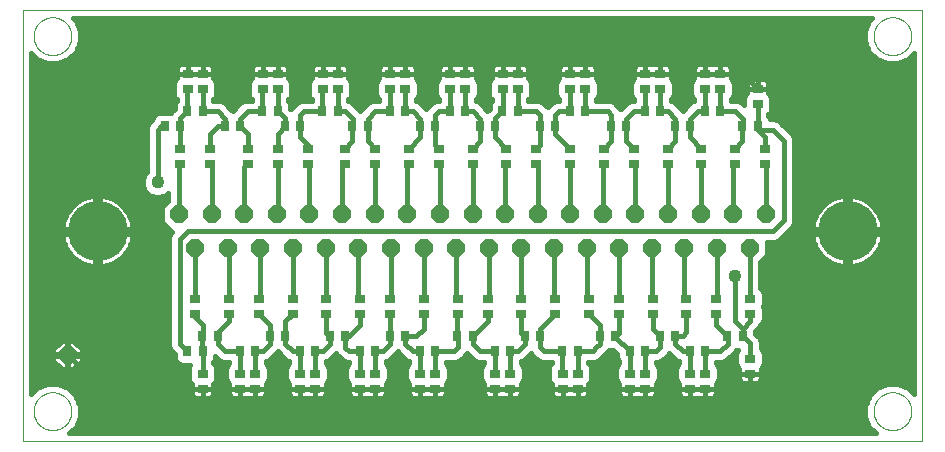
<source format=gtl>
G75*
%MOIN*%
%OFA0B0*%
%FSLAX25Y25*%
%IPPOS*%
%LPD*%
%AMOC8*
5,1,8,0,0,1.08239X$1,22.5*
%
%ADD10C,0.00000*%
%ADD11OC8,0.06000*%
%ADD12C,0.20000*%
%ADD13R,0.03543X0.02756*%
%ADD14R,0.02756X0.03543*%
%ADD15C,0.01600*%
%ADD16C,0.04362*%
D10*
X0006800Y0006800D02*
X0006800Y0150501D01*
X0306721Y0150501D01*
X0306721Y0006800D01*
X0006800Y0006800D01*
X0010501Y0016800D02*
X0010503Y0016958D01*
X0010509Y0017116D01*
X0010519Y0017274D01*
X0010533Y0017432D01*
X0010551Y0017589D01*
X0010572Y0017746D01*
X0010598Y0017902D01*
X0010628Y0018058D01*
X0010661Y0018213D01*
X0010699Y0018366D01*
X0010740Y0018519D01*
X0010785Y0018671D01*
X0010834Y0018822D01*
X0010887Y0018971D01*
X0010943Y0019119D01*
X0011003Y0019265D01*
X0011067Y0019410D01*
X0011135Y0019553D01*
X0011206Y0019695D01*
X0011280Y0019835D01*
X0011358Y0019972D01*
X0011440Y0020108D01*
X0011524Y0020242D01*
X0011613Y0020373D01*
X0011704Y0020502D01*
X0011799Y0020629D01*
X0011896Y0020754D01*
X0011997Y0020876D01*
X0012101Y0020995D01*
X0012208Y0021112D01*
X0012318Y0021226D01*
X0012431Y0021337D01*
X0012546Y0021446D01*
X0012664Y0021551D01*
X0012785Y0021653D01*
X0012908Y0021753D01*
X0013034Y0021849D01*
X0013162Y0021942D01*
X0013292Y0022032D01*
X0013425Y0022118D01*
X0013560Y0022202D01*
X0013696Y0022281D01*
X0013835Y0022358D01*
X0013976Y0022430D01*
X0014118Y0022500D01*
X0014262Y0022565D01*
X0014408Y0022627D01*
X0014555Y0022685D01*
X0014704Y0022740D01*
X0014854Y0022791D01*
X0015005Y0022838D01*
X0015157Y0022881D01*
X0015310Y0022920D01*
X0015465Y0022956D01*
X0015620Y0022987D01*
X0015776Y0023015D01*
X0015932Y0023039D01*
X0016089Y0023059D01*
X0016247Y0023075D01*
X0016404Y0023087D01*
X0016563Y0023095D01*
X0016721Y0023099D01*
X0016879Y0023099D01*
X0017037Y0023095D01*
X0017196Y0023087D01*
X0017353Y0023075D01*
X0017511Y0023059D01*
X0017668Y0023039D01*
X0017824Y0023015D01*
X0017980Y0022987D01*
X0018135Y0022956D01*
X0018290Y0022920D01*
X0018443Y0022881D01*
X0018595Y0022838D01*
X0018746Y0022791D01*
X0018896Y0022740D01*
X0019045Y0022685D01*
X0019192Y0022627D01*
X0019338Y0022565D01*
X0019482Y0022500D01*
X0019624Y0022430D01*
X0019765Y0022358D01*
X0019904Y0022281D01*
X0020040Y0022202D01*
X0020175Y0022118D01*
X0020308Y0022032D01*
X0020438Y0021942D01*
X0020566Y0021849D01*
X0020692Y0021753D01*
X0020815Y0021653D01*
X0020936Y0021551D01*
X0021054Y0021446D01*
X0021169Y0021337D01*
X0021282Y0021226D01*
X0021392Y0021112D01*
X0021499Y0020995D01*
X0021603Y0020876D01*
X0021704Y0020754D01*
X0021801Y0020629D01*
X0021896Y0020502D01*
X0021987Y0020373D01*
X0022076Y0020242D01*
X0022160Y0020108D01*
X0022242Y0019972D01*
X0022320Y0019835D01*
X0022394Y0019695D01*
X0022465Y0019553D01*
X0022533Y0019410D01*
X0022597Y0019265D01*
X0022657Y0019119D01*
X0022713Y0018971D01*
X0022766Y0018822D01*
X0022815Y0018671D01*
X0022860Y0018519D01*
X0022901Y0018366D01*
X0022939Y0018213D01*
X0022972Y0018058D01*
X0023002Y0017902D01*
X0023028Y0017746D01*
X0023049Y0017589D01*
X0023067Y0017432D01*
X0023081Y0017274D01*
X0023091Y0017116D01*
X0023097Y0016958D01*
X0023099Y0016800D01*
X0023097Y0016642D01*
X0023091Y0016484D01*
X0023081Y0016326D01*
X0023067Y0016168D01*
X0023049Y0016011D01*
X0023028Y0015854D01*
X0023002Y0015698D01*
X0022972Y0015542D01*
X0022939Y0015387D01*
X0022901Y0015234D01*
X0022860Y0015081D01*
X0022815Y0014929D01*
X0022766Y0014778D01*
X0022713Y0014629D01*
X0022657Y0014481D01*
X0022597Y0014335D01*
X0022533Y0014190D01*
X0022465Y0014047D01*
X0022394Y0013905D01*
X0022320Y0013765D01*
X0022242Y0013628D01*
X0022160Y0013492D01*
X0022076Y0013358D01*
X0021987Y0013227D01*
X0021896Y0013098D01*
X0021801Y0012971D01*
X0021704Y0012846D01*
X0021603Y0012724D01*
X0021499Y0012605D01*
X0021392Y0012488D01*
X0021282Y0012374D01*
X0021169Y0012263D01*
X0021054Y0012154D01*
X0020936Y0012049D01*
X0020815Y0011947D01*
X0020692Y0011847D01*
X0020566Y0011751D01*
X0020438Y0011658D01*
X0020308Y0011568D01*
X0020175Y0011482D01*
X0020040Y0011398D01*
X0019904Y0011319D01*
X0019765Y0011242D01*
X0019624Y0011170D01*
X0019482Y0011100D01*
X0019338Y0011035D01*
X0019192Y0010973D01*
X0019045Y0010915D01*
X0018896Y0010860D01*
X0018746Y0010809D01*
X0018595Y0010762D01*
X0018443Y0010719D01*
X0018290Y0010680D01*
X0018135Y0010644D01*
X0017980Y0010613D01*
X0017824Y0010585D01*
X0017668Y0010561D01*
X0017511Y0010541D01*
X0017353Y0010525D01*
X0017196Y0010513D01*
X0017037Y0010505D01*
X0016879Y0010501D01*
X0016721Y0010501D01*
X0016563Y0010505D01*
X0016404Y0010513D01*
X0016247Y0010525D01*
X0016089Y0010541D01*
X0015932Y0010561D01*
X0015776Y0010585D01*
X0015620Y0010613D01*
X0015465Y0010644D01*
X0015310Y0010680D01*
X0015157Y0010719D01*
X0015005Y0010762D01*
X0014854Y0010809D01*
X0014704Y0010860D01*
X0014555Y0010915D01*
X0014408Y0010973D01*
X0014262Y0011035D01*
X0014118Y0011100D01*
X0013976Y0011170D01*
X0013835Y0011242D01*
X0013696Y0011319D01*
X0013560Y0011398D01*
X0013425Y0011482D01*
X0013292Y0011568D01*
X0013162Y0011658D01*
X0013034Y0011751D01*
X0012908Y0011847D01*
X0012785Y0011947D01*
X0012664Y0012049D01*
X0012546Y0012154D01*
X0012431Y0012263D01*
X0012318Y0012374D01*
X0012208Y0012488D01*
X0012101Y0012605D01*
X0011997Y0012724D01*
X0011896Y0012846D01*
X0011799Y0012971D01*
X0011704Y0013098D01*
X0011613Y0013227D01*
X0011524Y0013358D01*
X0011440Y0013492D01*
X0011358Y0013628D01*
X0011280Y0013765D01*
X0011206Y0013905D01*
X0011135Y0014047D01*
X0011067Y0014190D01*
X0011003Y0014335D01*
X0010943Y0014481D01*
X0010887Y0014629D01*
X0010834Y0014778D01*
X0010785Y0014929D01*
X0010740Y0015081D01*
X0010699Y0015234D01*
X0010661Y0015387D01*
X0010628Y0015542D01*
X0010598Y0015698D01*
X0010572Y0015854D01*
X0010551Y0016011D01*
X0010533Y0016168D01*
X0010519Y0016326D01*
X0010509Y0016484D01*
X0010503Y0016642D01*
X0010501Y0016800D01*
X0010501Y0141800D02*
X0010503Y0141958D01*
X0010509Y0142116D01*
X0010519Y0142274D01*
X0010533Y0142432D01*
X0010551Y0142589D01*
X0010572Y0142746D01*
X0010598Y0142902D01*
X0010628Y0143058D01*
X0010661Y0143213D01*
X0010699Y0143366D01*
X0010740Y0143519D01*
X0010785Y0143671D01*
X0010834Y0143822D01*
X0010887Y0143971D01*
X0010943Y0144119D01*
X0011003Y0144265D01*
X0011067Y0144410D01*
X0011135Y0144553D01*
X0011206Y0144695D01*
X0011280Y0144835D01*
X0011358Y0144972D01*
X0011440Y0145108D01*
X0011524Y0145242D01*
X0011613Y0145373D01*
X0011704Y0145502D01*
X0011799Y0145629D01*
X0011896Y0145754D01*
X0011997Y0145876D01*
X0012101Y0145995D01*
X0012208Y0146112D01*
X0012318Y0146226D01*
X0012431Y0146337D01*
X0012546Y0146446D01*
X0012664Y0146551D01*
X0012785Y0146653D01*
X0012908Y0146753D01*
X0013034Y0146849D01*
X0013162Y0146942D01*
X0013292Y0147032D01*
X0013425Y0147118D01*
X0013560Y0147202D01*
X0013696Y0147281D01*
X0013835Y0147358D01*
X0013976Y0147430D01*
X0014118Y0147500D01*
X0014262Y0147565D01*
X0014408Y0147627D01*
X0014555Y0147685D01*
X0014704Y0147740D01*
X0014854Y0147791D01*
X0015005Y0147838D01*
X0015157Y0147881D01*
X0015310Y0147920D01*
X0015465Y0147956D01*
X0015620Y0147987D01*
X0015776Y0148015D01*
X0015932Y0148039D01*
X0016089Y0148059D01*
X0016247Y0148075D01*
X0016404Y0148087D01*
X0016563Y0148095D01*
X0016721Y0148099D01*
X0016879Y0148099D01*
X0017037Y0148095D01*
X0017196Y0148087D01*
X0017353Y0148075D01*
X0017511Y0148059D01*
X0017668Y0148039D01*
X0017824Y0148015D01*
X0017980Y0147987D01*
X0018135Y0147956D01*
X0018290Y0147920D01*
X0018443Y0147881D01*
X0018595Y0147838D01*
X0018746Y0147791D01*
X0018896Y0147740D01*
X0019045Y0147685D01*
X0019192Y0147627D01*
X0019338Y0147565D01*
X0019482Y0147500D01*
X0019624Y0147430D01*
X0019765Y0147358D01*
X0019904Y0147281D01*
X0020040Y0147202D01*
X0020175Y0147118D01*
X0020308Y0147032D01*
X0020438Y0146942D01*
X0020566Y0146849D01*
X0020692Y0146753D01*
X0020815Y0146653D01*
X0020936Y0146551D01*
X0021054Y0146446D01*
X0021169Y0146337D01*
X0021282Y0146226D01*
X0021392Y0146112D01*
X0021499Y0145995D01*
X0021603Y0145876D01*
X0021704Y0145754D01*
X0021801Y0145629D01*
X0021896Y0145502D01*
X0021987Y0145373D01*
X0022076Y0145242D01*
X0022160Y0145108D01*
X0022242Y0144972D01*
X0022320Y0144835D01*
X0022394Y0144695D01*
X0022465Y0144553D01*
X0022533Y0144410D01*
X0022597Y0144265D01*
X0022657Y0144119D01*
X0022713Y0143971D01*
X0022766Y0143822D01*
X0022815Y0143671D01*
X0022860Y0143519D01*
X0022901Y0143366D01*
X0022939Y0143213D01*
X0022972Y0143058D01*
X0023002Y0142902D01*
X0023028Y0142746D01*
X0023049Y0142589D01*
X0023067Y0142432D01*
X0023081Y0142274D01*
X0023091Y0142116D01*
X0023097Y0141958D01*
X0023099Y0141800D01*
X0023097Y0141642D01*
X0023091Y0141484D01*
X0023081Y0141326D01*
X0023067Y0141168D01*
X0023049Y0141011D01*
X0023028Y0140854D01*
X0023002Y0140698D01*
X0022972Y0140542D01*
X0022939Y0140387D01*
X0022901Y0140234D01*
X0022860Y0140081D01*
X0022815Y0139929D01*
X0022766Y0139778D01*
X0022713Y0139629D01*
X0022657Y0139481D01*
X0022597Y0139335D01*
X0022533Y0139190D01*
X0022465Y0139047D01*
X0022394Y0138905D01*
X0022320Y0138765D01*
X0022242Y0138628D01*
X0022160Y0138492D01*
X0022076Y0138358D01*
X0021987Y0138227D01*
X0021896Y0138098D01*
X0021801Y0137971D01*
X0021704Y0137846D01*
X0021603Y0137724D01*
X0021499Y0137605D01*
X0021392Y0137488D01*
X0021282Y0137374D01*
X0021169Y0137263D01*
X0021054Y0137154D01*
X0020936Y0137049D01*
X0020815Y0136947D01*
X0020692Y0136847D01*
X0020566Y0136751D01*
X0020438Y0136658D01*
X0020308Y0136568D01*
X0020175Y0136482D01*
X0020040Y0136398D01*
X0019904Y0136319D01*
X0019765Y0136242D01*
X0019624Y0136170D01*
X0019482Y0136100D01*
X0019338Y0136035D01*
X0019192Y0135973D01*
X0019045Y0135915D01*
X0018896Y0135860D01*
X0018746Y0135809D01*
X0018595Y0135762D01*
X0018443Y0135719D01*
X0018290Y0135680D01*
X0018135Y0135644D01*
X0017980Y0135613D01*
X0017824Y0135585D01*
X0017668Y0135561D01*
X0017511Y0135541D01*
X0017353Y0135525D01*
X0017196Y0135513D01*
X0017037Y0135505D01*
X0016879Y0135501D01*
X0016721Y0135501D01*
X0016563Y0135505D01*
X0016404Y0135513D01*
X0016247Y0135525D01*
X0016089Y0135541D01*
X0015932Y0135561D01*
X0015776Y0135585D01*
X0015620Y0135613D01*
X0015465Y0135644D01*
X0015310Y0135680D01*
X0015157Y0135719D01*
X0015005Y0135762D01*
X0014854Y0135809D01*
X0014704Y0135860D01*
X0014555Y0135915D01*
X0014408Y0135973D01*
X0014262Y0136035D01*
X0014118Y0136100D01*
X0013976Y0136170D01*
X0013835Y0136242D01*
X0013696Y0136319D01*
X0013560Y0136398D01*
X0013425Y0136482D01*
X0013292Y0136568D01*
X0013162Y0136658D01*
X0013034Y0136751D01*
X0012908Y0136847D01*
X0012785Y0136947D01*
X0012664Y0137049D01*
X0012546Y0137154D01*
X0012431Y0137263D01*
X0012318Y0137374D01*
X0012208Y0137488D01*
X0012101Y0137605D01*
X0011997Y0137724D01*
X0011896Y0137846D01*
X0011799Y0137971D01*
X0011704Y0138098D01*
X0011613Y0138227D01*
X0011524Y0138358D01*
X0011440Y0138492D01*
X0011358Y0138628D01*
X0011280Y0138765D01*
X0011206Y0138905D01*
X0011135Y0139047D01*
X0011067Y0139190D01*
X0011003Y0139335D01*
X0010943Y0139481D01*
X0010887Y0139629D01*
X0010834Y0139778D01*
X0010785Y0139929D01*
X0010740Y0140081D01*
X0010699Y0140234D01*
X0010661Y0140387D01*
X0010628Y0140542D01*
X0010598Y0140698D01*
X0010572Y0140854D01*
X0010551Y0141011D01*
X0010533Y0141168D01*
X0010519Y0141326D01*
X0010509Y0141484D01*
X0010503Y0141642D01*
X0010501Y0141800D01*
X0290501Y0141800D02*
X0290503Y0141958D01*
X0290509Y0142116D01*
X0290519Y0142274D01*
X0290533Y0142432D01*
X0290551Y0142589D01*
X0290572Y0142746D01*
X0290598Y0142902D01*
X0290628Y0143058D01*
X0290661Y0143213D01*
X0290699Y0143366D01*
X0290740Y0143519D01*
X0290785Y0143671D01*
X0290834Y0143822D01*
X0290887Y0143971D01*
X0290943Y0144119D01*
X0291003Y0144265D01*
X0291067Y0144410D01*
X0291135Y0144553D01*
X0291206Y0144695D01*
X0291280Y0144835D01*
X0291358Y0144972D01*
X0291440Y0145108D01*
X0291524Y0145242D01*
X0291613Y0145373D01*
X0291704Y0145502D01*
X0291799Y0145629D01*
X0291896Y0145754D01*
X0291997Y0145876D01*
X0292101Y0145995D01*
X0292208Y0146112D01*
X0292318Y0146226D01*
X0292431Y0146337D01*
X0292546Y0146446D01*
X0292664Y0146551D01*
X0292785Y0146653D01*
X0292908Y0146753D01*
X0293034Y0146849D01*
X0293162Y0146942D01*
X0293292Y0147032D01*
X0293425Y0147118D01*
X0293560Y0147202D01*
X0293696Y0147281D01*
X0293835Y0147358D01*
X0293976Y0147430D01*
X0294118Y0147500D01*
X0294262Y0147565D01*
X0294408Y0147627D01*
X0294555Y0147685D01*
X0294704Y0147740D01*
X0294854Y0147791D01*
X0295005Y0147838D01*
X0295157Y0147881D01*
X0295310Y0147920D01*
X0295465Y0147956D01*
X0295620Y0147987D01*
X0295776Y0148015D01*
X0295932Y0148039D01*
X0296089Y0148059D01*
X0296247Y0148075D01*
X0296404Y0148087D01*
X0296563Y0148095D01*
X0296721Y0148099D01*
X0296879Y0148099D01*
X0297037Y0148095D01*
X0297196Y0148087D01*
X0297353Y0148075D01*
X0297511Y0148059D01*
X0297668Y0148039D01*
X0297824Y0148015D01*
X0297980Y0147987D01*
X0298135Y0147956D01*
X0298290Y0147920D01*
X0298443Y0147881D01*
X0298595Y0147838D01*
X0298746Y0147791D01*
X0298896Y0147740D01*
X0299045Y0147685D01*
X0299192Y0147627D01*
X0299338Y0147565D01*
X0299482Y0147500D01*
X0299624Y0147430D01*
X0299765Y0147358D01*
X0299904Y0147281D01*
X0300040Y0147202D01*
X0300175Y0147118D01*
X0300308Y0147032D01*
X0300438Y0146942D01*
X0300566Y0146849D01*
X0300692Y0146753D01*
X0300815Y0146653D01*
X0300936Y0146551D01*
X0301054Y0146446D01*
X0301169Y0146337D01*
X0301282Y0146226D01*
X0301392Y0146112D01*
X0301499Y0145995D01*
X0301603Y0145876D01*
X0301704Y0145754D01*
X0301801Y0145629D01*
X0301896Y0145502D01*
X0301987Y0145373D01*
X0302076Y0145242D01*
X0302160Y0145108D01*
X0302242Y0144972D01*
X0302320Y0144835D01*
X0302394Y0144695D01*
X0302465Y0144553D01*
X0302533Y0144410D01*
X0302597Y0144265D01*
X0302657Y0144119D01*
X0302713Y0143971D01*
X0302766Y0143822D01*
X0302815Y0143671D01*
X0302860Y0143519D01*
X0302901Y0143366D01*
X0302939Y0143213D01*
X0302972Y0143058D01*
X0303002Y0142902D01*
X0303028Y0142746D01*
X0303049Y0142589D01*
X0303067Y0142432D01*
X0303081Y0142274D01*
X0303091Y0142116D01*
X0303097Y0141958D01*
X0303099Y0141800D01*
X0303097Y0141642D01*
X0303091Y0141484D01*
X0303081Y0141326D01*
X0303067Y0141168D01*
X0303049Y0141011D01*
X0303028Y0140854D01*
X0303002Y0140698D01*
X0302972Y0140542D01*
X0302939Y0140387D01*
X0302901Y0140234D01*
X0302860Y0140081D01*
X0302815Y0139929D01*
X0302766Y0139778D01*
X0302713Y0139629D01*
X0302657Y0139481D01*
X0302597Y0139335D01*
X0302533Y0139190D01*
X0302465Y0139047D01*
X0302394Y0138905D01*
X0302320Y0138765D01*
X0302242Y0138628D01*
X0302160Y0138492D01*
X0302076Y0138358D01*
X0301987Y0138227D01*
X0301896Y0138098D01*
X0301801Y0137971D01*
X0301704Y0137846D01*
X0301603Y0137724D01*
X0301499Y0137605D01*
X0301392Y0137488D01*
X0301282Y0137374D01*
X0301169Y0137263D01*
X0301054Y0137154D01*
X0300936Y0137049D01*
X0300815Y0136947D01*
X0300692Y0136847D01*
X0300566Y0136751D01*
X0300438Y0136658D01*
X0300308Y0136568D01*
X0300175Y0136482D01*
X0300040Y0136398D01*
X0299904Y0136319D01*
X0299765Y0136242D01*
X0299624Y0136170D01*
X0299482Y0136100D01*
X0299338Y0136035D01*
X0299192Y0135973D01*
X0299045Y0135915D01*
X0298896Y0135860D01*
X0298746Y0135809D01*
X0298595Y0135762D01*
X0298443Y0135719D01*
X0298290Y0135680D01*
X0298135Y0135644D01*
X0297980Y0135613D01*
X0297824Y0135585D01*
X0297668Y0135561D01*
X0297511Y0135541D01*
X0297353Y0135525D01*
X0297196Y0135513D01*
X0297037Y0135505D01*
X0296879Y0135501D01*
X0296721Y0135501D01*
X0296563Y0135505D01*
X0296404Y0135513D01*
X0296247Y0135525D01*
X0296089Y0135541D01*
X0295932Y0135561D01*
X0295776Y0135585D01*
X0295620Y0135613D01*
X0295465Y0135644D01*
X0295310Y0135680D01*
X0295157Y0135719D01*
X0295005Y0135762D01*
X0294854Y0135809D01*
X0294704Y0135860D01*
X0294555Y0135915D01*
X0294408Y0135973D01*
X0294262Y0136035D01*
X0294118Y0136100D01*
X0293976Y0136170D01*
X0293835Y0136242D01*
X0293696Y0136319D01*
X0293560Y0136398D01*
X0293425Y0136482D01*
X0293292Y0136568D01*
X0293162Y0136658D01*
X0293034Y0136751D01*
X0292908Y0136847D01*
X0292785Y0136947D01*
X0292664Y0137049D01*
X0292546Y0137154D01*
X0292431Y0137263D01*
X0292318Y0137374D01*
X0292208Y0137488D01*
X0292101Y0137605D01*
X0291997Y0137724D01*
X0291896Y0137846D01*
X0291799Y0137971D01*
X0291704Y0138098D01*
X0291613Y0138227D01*
X0291524Y0138358D01*
X0291440Y0138492D01*
X0291358Y0138628D01*
X0291280Y0138765D01*
X0291206Y0138905D01*
X0291135Y0139047D01*
X0291067Y0139190D01*
X0291003Y0139335D01*
X0290943Y0139481D01*
X0290887Y0139629D01*
X0290834Y0139778D01*
X0290785Y0139929D01*
X0290740Y0140081D01*
X0290699Y0140234D01*
X0290661Y0140387D01*
X0290628Y0140542D01*
X0290598Y0140698D01*
X0290572Y0140854D01*
X0290551Y0141011D01*
X0290533Y0141168D01*
X0290519Y0141326D01*
X0290509Y0141484D01*
X0290503Y0141642D01*
X0290501Y0141800D01*
X0290501Y0016800D02*
X0290503Y0016958D01*
X0290509Y0017116D01*
X0290519Y0017274D01*
X0290533Y0017432D01*
X0290551Y0017589D01*
X0290572Y0017746D01*
X0290598Y0017902D01*
X0290628Y0018058D01*
X0290661Y0018213D01*
X0290699Y0018366D01*
X0290740Y0018519D01*
X0290785Y0018671D01*
X0290834Y0018822D01*
X0290887Y0018971D01*
X0290943Y0019119D01*
X0291003Y0019265D01*
X0291067Y0019410D01*
X0291135Y0019553D01*
X0291206Y0019695D01*
X0291280Y0019835D01*
X0291358Y0019972D01*
X0291440Y0020108D01*
X0291524Y0020242D01*
X0291613Y0020373D01*
X0291704Y0020502D01*
X0291799Y0020629D01*
X0291896Y0020754D01*
X0291997Y0020876D01*
X0292101Y0020995D01*
X0292208Y0021112D01*
X0292318Y0021226D01*
X0292431Y0021337D01*
X0292546Y0021446D01*
X0292664Y0021551D01*
X0292785Y0021653D01*
X0292908Y0021753D01*
X0293034Y0021849D01*
X0293162Y0021942D01*
X0293292Y0022032D01*
X0293425Y0022118D01*
X0293560Y0022202D01*
X0293696Y0022281D01*
X0293835Y0022358D01*
X0293976Y0022430D01*
X0294118Y0022500D01*
X0294262Y0022565D01*
X0294408Y0022627D01*
X0294555Y0022685D01*
X0294704Y0022740D01*
X0294854Y0022791D01*
X0295005Y0022838D01*
X0295157Y0022881D01*
X0295310Y0022920D01*
X0295465Y0022956D01*
X0295620Y0022987D01*
X0295776Y0023015D01*
X0295932Y0023039D01*
X0296089Y0023059D01*
X0296247Y0023075D01*
X0296404Y0023087D01*
X0296563Y0023095D01*
X0296721Y0023099D01*
X0296879Y0023099D01*
X0297037Y0023095D01*
X0297196Y0023087D01*
X0297353Y0023075D01*
X0297511Y0023059D01*
X0297668Y0023039D01*
X0297824Y0023015D01*
X0297980Y0022987D01*
X0298135Y0022956D01*
X0298290Y0022920D01*
X0298443Y0022881D01*
X0298595Y0022838D01*
X0298746Y0022791D01*
X0298896Y0022740D01*
X0299045Y0022685D01*
X0299192Y0022627D01*
X0299338Y0022565D01*
X0299482Y0022500D01*
X0299624Y0022430D01*
X0299765Y0022358D01*
X0299904Y0022281D01*
X0300040Y0022202D01*
X0300175Y0022118D01*
X0300308Y0022032D01*
X0300438Y0021942D01*
X0300566Y0021849D01*
X0300692Y0021753D01*
X0300815Y0021653D01*
X0300936Y0021551D01*
X0301054Y0021446D01*
X0301169Y0021337D01*
X0301282Y0021226D01*
X0301392Y0021112D01*
X0301499Y0020995D01*
X0301603Y0020876D01*
X0301704Y0020754D01*
X0301801Y0020629D01*
X0301896Y0020502D01*
X0301987Y0020373D01*
X0302076Y0020242D01*
X0302160Y0020108D01*
X0302242Y0019972D01*
X0302320Y0019835D01*
X0302394Y0019695D01*
X0302465Y0019553D01*
X0302533Y0019410D01*
X0302597Y0019265D01*
X0302657Y0019119D01*
X0302713Y0018971D01*
X0302766Y0018822D01*
X0302815Y0018671D01*
X0302860Y0018519D01*
X0302901Y0018366D01*
X0302939Y0018213D01*
X0302972Y0018058D01*
X0303002Y0017902D01*
X0303028Y0017746D01*
X0303049Y0017589D01*
X0303067Y0017432D01*
X0303081Y0017274D01*
X0303091Y0017116D01*
X0303097Y0016958D01*
X0303099Y0016800D01*
X0303097Y0016642D01*
X0303091Y0016484D01*
X0303081Y0016326D01*
X0303067Y0016168D01*
X0303049Y0016011D01*
X0303028Y0015854D01*
X0303002Y0015698D01*
X0302972Y0015542D01*
X0302939Y0015387D01*
X0302901Y0015234D01*
X0302860Y0015081D01*
X0302815Y0014929D01*
X0302766Y0014778D01*
X0302713Y0014629D01*
X0302657Y0014481D01*
X0302597Y0014335D01*
X0302533Y0014190D01*
X0302465Y0014047D01*
X0302394Y0013905D01*
X0302320Y0013765D01*
X0302242Y0013628D01*
X0302160Y0013492D01*
X0302076Y0013358D01*
X0301987Y0013227D01*
X0301896Y0013098D01*
X0301801Y0012971D01*
X0301704Y0012846D01*
X0301603Y0012724D01*
X0301499Y0012605D01*
X0301392Y0012488D01*
X0301282Y0012374D01*
X0301169Y0012263D01*
X0301054Y0012154D01*
X0300936Y0012049D01*
X0300815Y0011947D01*
X0300692Y0011847D01*
X0300566Y0011751D01*
X0300438Y0011658D01*
X0300308Y0011568D01*
X0300175Y0011482D01*
X0300040Y0011398D01*
X0299904Y0011319D01*
X0299765Y0011242D01*
X0299624Y0011170D01*
X0299482Y0011100D01*
X0299338Y0011035D01*
X0299192Y0010973D01*
X0299045Y0010915D01*
X0298896Y0010860D01*
X0298746Y0010809D01*
X0298595Y0010762D01*
X0298443Y0010719D01*
X0298290Y0010680D01*
X0298135Y0010644D01*
X0297980Y0010613D01*
X0297824Y0010585D01*
X0297668Y0010561D01*
X0297511Y0010541D01*
X0297353Y0010525D01*
X0297196Y0010513D01*
X0297037Y0010505D01*
X0296879Y0010501D01*
X0296721Y0010501D01*
X0296563Y0010505D01*
X0296404Y0010513D01*
X0296247Y0010525D01*
X0296089Y0010541D01*
X0295932Y0010561D01*
X0295776Y0010585D01*
X0295620Y0010613D01*
X0295465Y0010644D01*
X0295310Y0010680D01*
X0295157Y0010719D01*
X0295005Y0010762D01*
X0294854Y0010809D01*
X0294704Y0010860D01*
X0294555Y0010915D01*
X0294408Y0010973D01*
X0294262Y0011035D01*
X0294118Y0011100D01*
X0293976Y0011170D01*
X0293835Y0011242D01*
X0293696Y0011319D01*
X0293560Y0011398D01*
X0293425Y0011482D01*
X0293292Y0011568D01*
X0293162Y0011658D01*
X0293034Y0011751D01*
X0292908Y0011847D01*
X0292785Y0011947D01*
X0292664Y0012049D01*
X0292546Y0012154D01*
X0292431Y0012263D01*
X0292318Y0012374D01*
X0292208Y0012488D01*
X0292101Y0012605D01*
X0291997Y0012724D01*
X0291896Y0012846D01*
X0291799Y0012971D01*
X0291704Y0013098D01*
X0291613Y0013227D01*
X0291524Y0013358D01*
X0291440Y0013492D01*
X0291358Y0013628D01*
X0291280Y0013765D01*
X0291206Y0013905D01*
X0291135Y0014047D01*
X0291067Y0014190D01*
X0291003Y0014335D01*
X0290943Y0014481D01*
X0290887Y0014629D01*
X0290834Y0014778D01*
X0290785Y0014929D01*
X0290740Y0015081D01*
X0290699Y0015234D01*
X0290661Y0015387D01*
X0290628Y0015542D01*
X0290598Y0015698D01*
X0290572Y0015854D01*
X0290551Y0016011D01*
X0290533Y0016168D01*
X0290519Y0016326D01*
X0290509Y0016484D01*
X0290503Y0016642D01*
X0290501Y0016800D01*
D11*
X0249200Y0071200D03*
X0238300Y0071200D03*
X0227400Y0071200D03*
X0216600Y0071200D03*
X0205700Y0071200D03*
X0194800Y0071200D03*
X0184000Y0071200D03*
X0173100Y0071200D03*
X0162200Y0071200D03*
X0151400Y0071200D03*
X0140500Y0071200D03*
X0129600Y0071200D03*
X0118700Y0071200D03*
X0107900Y0071200D03*
X0097000Y0071200D03*
X0086100Y0071200D03*
X0075300Y0071200D03*
X0064400Y0071200D03*
X0059000Y0082400D03*
X0069800Y0082400D03*
X0080700Y0082400D03*
X0091600Y0082400D03*
X0102400Y0082400D03*
X0113300Y0082400D03*
X0124200Y0082400D03*
X0135100Y0082400D03*
X0145900Y0082400D03*
X0156800Y0082400D03*
X0167700Y0082400D03*
X0178500Y0082400D03*
X0189400Y0082400D03*
X0200300Y0082400D03*
X0211100Y0082400D03*
X0222000Y0082400D03*
X0232900Y0082400D03*
X0243700Y0082400D03*
X0254600Y0082400D03*
X0021800Y0035550D03*
D12*
X0031800Y0076800D03*
X0281800Y0076800D03*
D13*
X0249300Y0054359D03*
X0249300Y0049241D03*
X0238050Y0049241D03*
X0238050Y0054359D03*
X0228050Y0054359D03*
X0228050Y0049241D03*
X0216800Y0049241D03*
X0216800Y0054359D03*
X0205550Y0054359D03*
X0205550Y0049241D03*
X0195550Y0049241D03*
X0195550Y0054359D03*
X0184300Y0054359D03*
X0184300Y0049241D03*
X0173050Y0049241D03*
X0173050Y0054359D03*
X0161800Y0054359D03*
X0161800Y0049241D03*
X0151800Y0049241D03*
X0151800Y0054359D03*
X0140550Y0054359D03*
X0140550Y0049241D03*
X0129300Y0049241D03*
X0129300Y0054359D03*
X0119300Y0054359D03*
X0119300Y0049241D03*
X0108050Y0049241D03*
X0108050Y0054359D03*
X0096800Y0054359D03*
X0096800Y0049241D03*
X0085550Y0049241D03*
X0085550Y0054359D03*
X0075550Y0054359D03*
X0075550Y0049241D03*
X0064300Y0049241D03*
X0064300Y0054359D03*
X0066800Y0029359D03*
X0066800Y0024241D03*
X0079300Y0024241D03*
X0084300Y0024241D03*
X0084300Y0029359D03*
X0079300Y0029359D03*
X0099300Y0029359D03*
X0104300Y0029359D03*
X0104300Y0024241D03*
X0099300Y0024241D03*
X0119300Y0024241D03*
X0124300Y0024241D03*
X0124300Y0029359D03*
X0119300Y0029359D03*
X0139300Y0029359D03*
X0144300Y0029359D03*
X0144300Y0024241D03*
X0139300Y0024241D03*
X0164300Y0024241D03*
X0169300Y0024241D03*
X0169300Y0029359D03*
X0164300Y0029359D03*
X0186800Y0029359D03*
X0191800Y0029359D03*
X0191800Y0024241D03*
X0186800Y0024241D03*
X0209300Y0024241D03*
X0214300Y0024241D03*
X0214300Y0029359D03*
X0209300Y0029359D03*
X0229300Y0029359D03*
X0234300Y0029359D03*
X0234300Y0024241D03*
X0229300Y0024241D03*
X0249300Y0029241D03*
X0249300Y0034359D03*
X0244300Y0099241D03*
X0244300Y0104359D03*
X0254300Y0104359D03*
X0254300Y0099241D03*
X0233050Y0099241D03*
X0233050Y0104359D03*
X0221800Y0104359D03*
X0221800Y0099241D03*
X0210550Y0099241D03*
X0210550Y0104359D03*
X0200550Y0104359D03*
X0200550Y0099241D03*
X0189300Y0099241D03*
X0189300Y0104359D03*
X0178050Y0104359D03*
X0178050Y0099241D03*
X0168050Y0099241D03*
X0168050Y0104359D03*
X0156800Y0104359D03*
X0156800Y0099241D03*
X0145550Y0099241D03*
X0145550Y0104359D03*
X0135550Y0104359D03*
X0135550Y0099241D03*
X0124300Y0099241D03*
X0124300Y0104359D03*
X0114300Y0104359D03*
X0114300Y0099241D03*
X0101800Y0099241D03*
X0101800Y0104359D03*
X0091800Y0104359D03*
X0091800Y0099241D03*
X0081800Y0099241D03*
X0081800Y0104359D03*
X0069300Y0104359D03*
X0069300Y0099241D03*
X0059300Y0099241D03*
X0059300Y0104359D03*
X0061800Y0124241D03*
X0066800Y0124241D03*
X0066800Y0129359D03*
X0061800Y0129359D03*
X0086800Y0129359D03*
X0091800Y0129359D03*
X0091800Y0124241D03*
X0086800Y0124241D03*
X0106800Y0124241D03*
X0111800Y0124241D03*
X0111800Y0129359D03*
X0106800Y0129359D03*
X0129300Y0129359D03*
X0134300Y0129359D03*
X0134300Y0124241D03*
X0129300Y0124241D03*
X0149300Y0124241D03*
X0154300Y0124241D03*
X0154300Y0129359D03*
X0149300Y0129359D03*
X0166800Y0129359D03*
X0171800Y0129359D03*
X0171800Y0124241D03*
X0166800Y0124241D03*
X0189300Y0124241D03*
X0194300Y0124241D03*
X0194300Y0129359D03*
X0189300Y0129359D03*
X0214300Y0129359D03*
X0219300Y0129359D03*
X0219300Y0124241D03*
X0214300Y0124241D03*
X0234300Y0124241D03*
X0239300Y0124241D03*
X0239300Y0129359D03*
X0234300Y0129359D03*
X0251800Y0124359D03*
X0251800Y0119241D03*
D14*
X0251859Y0111800D03*
X0246741Y0111800D03*
X0239359Y0116800D03*
X0234241Y0116800D03*
X0229359Y0111800D03*
X0224241Y0111800D03*
X0219359Y0116800D03*
X0214241Y0116800D03*
X0208109Y0111800D03*
X0202991Y0111800D03*
X0194359Y0116800D03*
X0189241Y0116800D03*
X0184359Y0111800D03*
X0179241Y0111800D03*
X0171859Y0116800D03*
X0166741Y0116800D03*
X0164359Y0111800D03*
X0159241Y0111800D03*
X0154359Y0116800D03*
X0149241Y0116800D03*
X0144359Y0111800D03*
X0139241Y0111800D03*
X0134359Y0116800D03*
X0129241Y0116800D03*
X0121859Y0111800D03*
X0116741Y0111800D03*
X0111859Y0116800D03*
X0106741Y0116800D03*
X0099359Y0111800D03*
X0094241Y0111800D03*
X0091859Y0116800D03*
X0086741Y0116800D03*
X0079359Y0111800D03*
X0074241Y0111800D03*
X0066859Y0116800D03*
X0061741Y0116800D03*
X0059359Y0111800D03*
X0054241Y0111800D03*
X0066741Y0041800D03*
X0071859Y0041800D03*
X0066859Y0036800D03*
X0061741Y0036800D03*
X0079241Y0036800D03*
X0084359Y0036800D03*
X0089241Y0041800D03*
X0094359Y0041800D03*
X0099241Y0036800D03*
X0104359Y0036800D03*
X0109241Y0041800D03*
X0114359Y0041800D03*
X0119241Y0036800D03*
X0124359Y0036800D03*
X0129241Y0041800D03*
X0134359Y0041800D03*
X0139241Y0036800D03*
X0144359Y0036800D03*
X0151741Y0041800D03*
X0156859Y0041800D03*
X0164241Y0036800D03*
X0169359Y0036800D03*
X0174241Y0041800D03*
X0179359Y0041800D03*
X0186741Y0036800D03*
X0191859Y0036800D03*
X0199241Y0041800D03*
X0204359Y0041800D03*
X0209241Y0036800D03*
X0214359Y0036800D03*
X0219241Y0041800D03*
X0224359Y0041800D03*
X0229241Y0036800D03*
X0234359Y0036800D03*
X0241741Y0041800D03*
X0246859Y0041800D03*
D15*
X0246859Y0044359D01*
X0244300Y0046918D01*
X0244300Y0061800D01*
X0252768Y0061205D02*
X0303953Y0061205D01*
X0303953Y0062803D02*
X0252768Y0062803D01*
X0252768Y0064402D02*
X0303953Y0064402D01*
X0303953Y0066001D02*
X0286571Y0066001D01*
X0286323Y0065881D02*
X0287517Y0066456D01*
X0288639Y0067161D01*
X0289675Y0067988D01*
X0290612Y0068925D01*
X0291439Y0069961D01*
X0292144Y0071083D01*
X0292719Y0072277D01*
X0293157Y0073528D01*
X0293452Y0074820D01*
X0293585Y0076000D01*
X0282600Y0076000D01*
X0282600Y0077600D01*
X0293585Y0077600D01*
X0293452Y0078780D01*
X0293157Y0080072D01*
X0292719Y0081323D01*
X0292144Y0082517D01*
X0291439Y0083639D01*
X0290612Y0084675D01*
X0289675Y0085612D01*
X0288639Y0086439D01*
X0287517Y0087144D01*
X0286323Y0087719D01*
X0285072Y0088157D01*
X0283780Y0088452D01*
X0282600Y0088585D01*
X0282600Y0077600D01*
X0281000Y0077600D01*
X0281000Y0088585D01*
X0279820Y0088452D01*
X0278528Y0088157D01*
X0277277Y0087719D01*
X0276083Y0087144D01*
X0274961Y0086439D01*
X0273925Y0085612D01*
X0272988Y0084675D01*
X0272161Y0083639D01*
X0271456Y0082517D01*
X0270881Y0081323D01*
X0270443Y0080072D01*
X0270148Y0078780D01*
X0270015Y0077600D01*
X0281000Y0077600D01*
X0281000Y0076000D01*
X0282600Y0076000D01*
X0282600Y0065015D01*
X0283780Y0065148D01*
X0285072Y0065443D01*
X0286323Y0065881D01*
X0289188Y0067599D02*
X0303953Y0067599D01*
X0303953Y0069198D02*
X0290830Y0069198D01*
X0291964Y0070796D02*
X0303953Y0070796D01*
X0303953Y0072395D02*
X0292760Y0072395D01*
X0293263Y0073993D02*
X0303953Y0073993D01*
X0303953Y0075592D02*
X0293538Y0075592D01*
X0293450Y0078789D02*
X0303953Y0078789D01*
X0303953Y0080387D02*
X0293046Y0080387D01*
X0292400Y0081986D02*
X0303953Y0081986D01*
X0303953Y0083584D02*
X0291473Y0083584D01*
X0290105Y0085183D02*
X0303953Y0085183D01*
X0303953Y0086781D02*
X0288094Y0086781D01*
X0284095Y0088380D02*
X0303953Y0088380D01*
X0303953Y0089978D02*
X0264118Y0089978D01*
X0264118Y0088380D02*
X0279505Y0088380D01*
X0281000Y0088380D02*
X0282600Y0088380D01*
X0282600Y0086781D02*
X0281000Y0086781D01*
X0281000Y0085183D02*
X0282600Y0085183D01*
X0282600Y0083584D02*
X0281000Y0083584D01*
X0281000Y0081986D02*
X0282600Y0081986D01*
X0282600Y0080387D02*
X0281000Y0080387D01*
X0281000Y0078789D02*
X0282600Y0078789D01*
X0282600Y0077190D02*
X0303953Y0077190D01*
X0282600Y0075592D02*
X0281000Y0075592D01*
X0281000Y0076000D02*
X0281000Y0065015D01*
X0279820Y0065148D01*
X0278528Y0065443D01*
X0277277Y0065881D01*
X0276083Y0066456D01*
X0274961Y0067161D01*
X0273925Y0067988D01*
X0272988Y0068925D01*
X0272161Y0069961D01*
X0271456Y0071083D01*
X0270881Y0072277D01*
X0270443Y0073528D01*
X0270148Y0074820D01*
X0270015Y0076000D01*
X0281000Y0076000D01*
X0281000Y0077190D02*
X0262237Y0077190D01*
X0263575Y0078529D02*
X0264118Y0079840D01*
X0264118Y0107510D01*
X0263575Y0108821D01*
X0262571Y0109825D01*
X0258880Y0113516D01*
X0257569Y0114059D01*
X0256005Y0114059D01*
X0256005Y0114122D01*
X0255584Y0115140D01*
X0255368Y0115355D01*
X0255368Y0115745D01*
X0255919Y0116295D01*
X0256340Y0117312D01*
X0256340Y0121170D01*
X0255919Y0122187D01*
X0255370Y0122736D01*
X0255372Y0122744D01*
X0255372Y0124359D01*
X0251800Y0124359D01*
X0257991Y0124359D01*
X0258050Y0124300D01*
X0256800Y0124300D01*
X0255550Y0124300D01*
X0255372Y0124359D02*
X0251800Y0124359D01*
X0246800Y0129359D01*
X0239300Y0129359D01*
X0234300Y0129359D01*
X0219300Y0129359D01*
X0214300Y0129359D01*
X0194300Y0129359D01*
X0189300Y0129359D01*
X0171800Y0129359D01*
X0166800Y0129359D01*
X0154300Y0129359D01*
X0149300Y0129359D01*
X0134300Y0129359D01*
X0129300Y0129359D01*
X0111800Y0129359D01*
X0106800Y0129359D01*
X0091800Y0129359D01*
X0086800Y0129359D01*
X0066800Y0129359D01*
X0061800Y0129359D01*
X0054359Y0129359D01*
X0054300Y0129300D01*
X0046800Y0121800D01*
X0046800Y0029300D01*
X0028050Y0029300D01*
X0021800Y0035550D01*
X0022000Y0035629D02*
X0057594Y0035629D01*
X0057594Y0035900D02*
X0057594Y0034478D01*
X0058016Y0033460D01*
X0058795Y0032681D01*
X0059812Y0032260D01*
X0062663Y0032260D01*
X0062260Y0031288D01*
X0062260Y0027430D01*
X0062681Y0026413D01*
X0063230Y0025864D01*
X0063228Y0025856D01*
X0063228Y0024241D01*
X0066800Y0024241D01*
X0051859Y0024241D01*
X0046800Y0029300D01*
X0057780Y0034030D02*
X0026600Y0034030D01*
X0026600Y0033562D02*
X0026600Y0035350D01*
X0022000Y0035350D01*
X0022000Y0035750D01*
X0026600Y0035750D01*
X0026600Y0037538D01*
X0023788Y0040350D01*
X0022000Y0040350D01*
X0022000Y0035750D01*
X0021600Y0035750D01*
X0021600Y0040350D01*
X0019812Y0040350D01*
X0017000Y0037538D01*
X0017000Y0035750D01*
X0021600Y0035750D01*
X0021600Y0035350D01*
X0022000Y0035350D01*
X0022000Y0030750D01*
X0023788Y0030750D01*
X0026600Y0033562D01*
X0025470Y0032432D02*
X0059397Y0032432D01*
X0062260Y0030833D02*
X0023871Y0030833D01*
X0022000Y0030833D02*
X0021600Y0030833D01*
X0021600Y0030750D02*
X0021600Y0035350D01*
X0017000Y0035350D01*
X0017000Y0033562D01*
X0019812Y0030750D01*
X0021600Y0030750D01*
X0021600Y0032432D02*
X0022000Y0032432D01*
X0022000Y0034030D02*
X0021600Y0034030D01*
X0021600Y0035629D02*
X0009568Y0035629D01*
X0009568Y0037227D02*
X0017000Y0037227D01*
X0018288Y0038826D02*
X0009568Y0038826D01*
X0009568Y0040424D02*
X0055731Y0040424D01*
X0055731Y0038826D02*
X0025312Y0038826D01*
X0026600Y0037227D02*
X0056272Y0037227D01*
X0056275Y0037220D02*
X0057594Y0035900D01*
X0056275Y0037220D02*
X0055731Y0038531D01*
X0055731Y0075010D01*
X0056275Y0076321D01*
X0056598Y0076644D01*
X0053231Y0080011D01*
X0053231Y0084789D01*
X0055431Y0086989D01*
X0055431Y0089682D01*
X0054604Y0088854D01*
X0052785Y0088100D01*
X0050815Y0088100D01*
X0048996Y0088854D01*
X0047604Y0090246D01*
X0046850Y0092065D01*
X0046850Y0094035D01*
X0047604Y0095854D01*
X0048231Y0096481D01*
X0048231Y0111260D01*
X0048775Y0112571D01*
X0050025Y0113821D01*
X0050094Y0113891D01*
X0050094Y0114122D01*
X0050516Y0115140D01*
X0051295Y0115919D01*
X0052312Y0116340D01*
X0056170Y0116340D01*
X0056275Y0116297D01*
X0056334Y0116439D01*
X0057594Y0117700D01*
X0057594Y0119122D01*
X0058016Y0120140D01*
X0058172Y0120296D01*
X0058172Y0120804D01*
X0057681Y0121295D01*
X0057260Y0122312D01*
X0057260Y0126170D01*
X0057681Y0127187D01*
X0058230Y0127736D01*
X0058228Y0127744D01*
X0058228Y0129359D01*
X0061800Y0129359D01*
X0061800Y0129359D01*
X0066800Y0129359D01*
X0066800Y0129359D01*
X0070372Y0129359D01*
X0070372Y0127744D01*
X0070370Y0127736D01*
X0070919Y0127187D01*
X0071340Y0126170D01*
X0071340Y0122312D01*
X0070919Y0121295D01*
X0070428Y0120804D01*
X0070428Y0120368D01*
X0072510Y0120368D01*
X0073821Y0119825D01*
X0076321Y0117325D01*
X0076800Y0116847D01*
X0078775Y0118821D01*
X0079779Y0119825D01*
X0081090Y0120368D01*
X0083172Y0120368D01*
X0083172Y0120804D01*
X0082681Y0121295D01*
X0082260Y0122312D01*
X0082260Y0126170D01*
X0082681Y0127187D01*
X0083230Y0127736D01*
X0083228Y0127744D01*
X0083228Y0129359D01*
X0086800Y0129359D01*
X0086800Y0129359D01*
X0091800Y0129359D01*
X0091800Y0129359D01*
X0095372Y0129359D01*
X0095372Y0127744D01*
X0095370Y0127736D01*
X0095919Y0127187D01*
X0096340Y0126170D01*
X0096340Y0122312D01*
X0095919Y0121295D01*
X0095428Y0120804D01*
X0095428Y0120296D01*
X0095584Y0120140D01*
X0096005Y0119122D01*
X0096005Y0117700D01*
X0096258Y0117448D01*
X0096334Y0117630D01*
X0097525Y0118821D01*
X0098529Y0119825D01*
X0099840Y0120368D01*
X0103172Y0120368D01*
X0103172Y0120804D01*
X0102681Y0121295D01*
X0102260Y0122312D01*
X0102260Y0126170D01*
X0102681Y0127187D01*
X0103230Y0127736D01*
X0103228Y0127744D01*
X0103228Y0129359D01*
X0106800Y0129359D01*
X0106800Y0129359D01*
X0111800Y0129359D01*
X0111800Y0129359D01*
X0115372Y0129359D01*
X0115372Y0127744D01*
X0115370Y0127736D01*
X0115919Y0127187D01*
X0116340Y0126170D01*
X0116340Y0122312D01*
X0115919Y0121295D01*
X0115428Y0120804D01*
X0115428Y0120296D01*
X0115584Y0120140D01*
X0115589Y0120129D01*
X0116321Y0119825D01*
X0118821Y0117325D01*
X0119300Y0116847D01*
X0121275Y0118821D01*
X0122279Y0119825D01*
X0123590Y0120368D01*
X0125731Y0120368D01*
X0125731Y0120745D01*
X0125181Y0121295D01*
X0124760Y0122312D01*
X0124760Y0126170D01*
X0125181Y0127187D01*
X0125730Y0127736D01*
X0125728Y0127744D01*
X0125728Y0129359D01*
X0129300Y0129359D01*
X0129300Y0129359D01*
X0134300Y0129359D01*
X0134300Y0129359D01*
X0137872Y0129359D01*
X0137872Y0127744D01*
X0137870Y0127736D01*
X0138419Y0127187D01*
X0138840Y0126170D01*
X0138840Y0122312D01*
X0138419Y0121295D01*
X0137868Y0120745D01*
X0137868Y0120355D01*
X0138084Y0120140D01*
X0138089Y0120129D01*
X0138821Y0119825D01*
X0141241Y0117406D01*
X0141334Y0117630D01*
X0142525Y0118821D01*
X0143529Y0119825D01*
X0144840Y0120368D01*
X0145731Y0120368D01*
X0145731Y0120745D01*
X0145181Y0121295D01*
X0144760Y0122312D01*
X0144760Y0126170D01*
X0145181Y0127187D01*
X0145730Y0127736D01*
X0145728Y0127744D01*
X0145728Y0129359D01*
X0149300Y0129359D01*
X0149300Y0129359D01*
X0154300Y0129359D01*
X0154300Y0129359D01*
X0157872Y0129359D01*
X0157872Y0127744D01*
X0157870Y0127736D01*
X0158419Y0127187D01*
X0158840Y0126170D01*
X0158840Y0122312D01*
X0158419Y0121295D01*
X0157868Y0120745D01*
X0157868Y0120355D01*
X0158084Y0120140D01*
X0158089Y0120129D01*
X0158821Y0119825D01*
X0159825Y0118821D01*
X0161770Y0116876D01*
X0162594Y0117700D01*
X0162594Y0119122D01*
X0163016Y0120140D01*
X0163231Y0120355D01*
X0163231Y0120745D01*
X0162681Y0121295D01*
X0162260Y0122312D01*
X0162260Y0126170D01*
X0162681Y0127187D01*
X0163230Y0127736D01*
X0163228Y0127744D01*
X0163228Y0129359D01*
X0166800Y0129359D01*
X0166800Y0129359D01*
X0171800Y0129359D01*
X0171800Y0129359D01*
X0175372Y0129359D01*
X0175372Y0127744D01*
X0175370Y0127736D01*
X0175919Y0127187D01*
X0176340Y0126170D01*
X0176340Y0122312D01*
X0175919Y0121295D01*
X0175368Y0120745D01*
X0175368Y0120368D01*
X0178760Y0120368D01*
X0180071Y0119825D01*
X0181321Y0118575D01*
X0181800Y0118097D01*
X0182525Y0118821D01*
X0183529Y0119825D01*
X0184840Y0120368D01*
X0185672Y0120368D01*
X0185672Y0120804D01*
X0185181Y0121295D01*
X0184760Y0122312D01*
X0184760Y0126170D01*
X0185181Y0127187D01*
X0185730Y0127736D01*
X0185728Y0127744D01*
X0185728Y0129359D01*
X0189300Y0129359D01*
X0189300Y0129359D01*
X0194300Y0129359D01*
X0194300Y0129359D01*
X0197872Y0129359D01*
X0197872Y0127744D01*
X0197870Y0127736D01*
X0198419Y0127187D01*
X0198840Y0126170D01*
X0198840Y0122312D01*
X0198419Y0121295D01*
X0197928Y0120804D01*
X0197928Y0120368D01*
X0202510Y0120368D01*
X0203821Y0119825D01*
X0205071Y0118575D01*
X0206075Y0117571D01*
X0206134Y0117430D01*
X0207525Y0118821D01*
X0207525Y0118821D01*
X0208529Y0119825D01*
X0209840Y0120368D01*
X0210672Y0120368D01*
X0210672Y0120804D01*
X0210181Y0121295D01*
X0209760Y0122312D01*
X0209760Y0126170D01*
X0210181Y0127187D01*
X0210730Y0127736D01*
X0210728Y0127744D01*
X0210728Y0129359D01*
X0214300Y0129359D01*
X0214300Y0129359D01*
X0219300Y0129359D01*
X0219300Y0129359D01*
X0222872Y0129359D01*
X0222872Y0127744D01*
X0222870Y0127736D01*
X0223419Y0127187D01*
X0223840Y0126170D01*
X0223840Y0122312D01*
X0223419Y0121295D01*
X0222928Y0120804D01*
X0222928Y0120296D01*
X0223084Y0120140D01*
X0223089Y0120129D01*
X0223821Y0119825D01*
X0224825Y0118821D01*
X0226800Y0116847D01*
X0228775Y0118821D01*
X0229779Y0119825D01*
X0230511Y0120129D01*
X0230516Y0120140D01*
X0230672Y0120296D01*
X0230672Y0120804D01*
X0230181Y0121295D01*
X0229760Y0122312D01*
X0229760Y0126170D01*
X0230181Y0127187D01*
X0230730Y0127736D01*
X0230728Y0127744D01*
X0230728Y0129359D01*
X0234300Y0129359D01*
X0234300Y0129359D01*
X0239300Y0129359D01*
X0239300Y0129359D01*
X0242872Y0129359D01*
X0242872Y0127744D01*
X0242870Y0127736D01*
X0243419Y0127187D01*
X0243840Y0126170D01*
X0243840Y0122312D01*
X0243419Y0121295D01*
X0242928Y0120804D01*
X0242928Y0120368D01*
X0245010Y0120368D01*
X0246321Y0119825D01*
X0247260Y0118887D01*
X0247260Y0121170D01*
X0247681Y0122187D01*
X0248230Y0122736D01*
X0248228Y0122744D01*
X0248228Y0124359D01*
X0251800Y0124359D01*
X0251800Y0124359D01*
X0251800Y0124359D01*
X0248228Y0124359D01*
X0248228Y0125974D01*
X0248351Y0126432D01*
X0248588Y0126842D01*
X0248923Y0127177D01*
X0249334Y0127414D01*
X0249791Y0127537D01*
X0251800Y0127537D01*
X0251800Y0124359D01*
X0251800Y0124359D01*
X0251800Y0127537D01*
X0253809Y0127537D01*
X0254266Y0127414D01*
X0254677Y0127177D01*
X0255012Y0126842D01*
X0255249Y0126432D01*
X0255372Y0125974D01*
X0255372Y0124359D01*
X0255372Y0125145D02*
X0303953Y0125145D01*
X0303953Y0123547D02*
X0255372Y0123547D01*
X0256018Y0121948D02*
X0303953Y0121948D01*
X0303953Y0120350D02*
X0256340Y0120350D01*
X0256340Y0118751D02*
X0303953Y0118751D01*
X0303953Y0117153D02*
X0256274Y0117153D01*
X0255368Y0115554D02*
X0303953Y0115554D01*
X0303953Y0113956D02*
X0257819Y0113956D01*
X0260039Y0112357D02*
X0303953Y0112357D01*
X0303953Y0110759D02*
X0261638Y0110759D01*
X0263236Y0109160D02*
X0303953Y0109160D01*
X0303953Y0107562D02*
X0264097Y0107562D01*
X0264118Y0105963D02*
X0303953Y0105963D01*
X0303953Y0104365D02*
X0264118Y0104365D01*
X0264118Y0102766D02*
X0303953Y0102766D01*
X0303953Y0101168D02*
X0264118Y0101168D01*
X0264118Y0099569D02*
X0303953Y0099569D01*
X0303953Y0097971D02*
X0264118Y0097971D01*
X0264118Y0096372D02*
X0303953Y0096372D01*
X0303953Y0094774D02*
X0264118Y0094774D01*
X0264118Y0093175D02*
X0303953Y0093175D01*
X0303953Y0091577D02*
X0264118Y0091577D01*
X0264118Y0086781D02*
X0275506Y0086781D01*
X0273495Y0085183D02*
X0264118Y0085183D01*
X0264118Y0083584D02*
X0272127Y0083584D01*
X0271200Y0081986D02*
X0264118Y0081986D01*
X0264118Y0080387D02*
X0270554Y0080387D01*
X0270150Y0078789D02*
X0263683Y0078789D01*
X0263575Y0078529D02*
X0259825Y0074779D01*
X0258821Y0073775D01*
X0257510Y0073231D01*
X0254968Y0073231D01*
X0254968Y0068811D01*
X0252768Y0066611D01*
X0252768Y0057955D01*
X0253419Y0057305D01*
X0253840Y0056288D01*
X0253840Y0052430D01*
X0253579Y0051800D01*
X0253840Y0051170D01*
X0253840Y0047312D01*
X0253419Y0046295D01*
X0252640Y0045516D01*
X0252629Y0045511D01*
X0252325Y0044779D01*
X0251321Y0043775D01*
X0251005Y0043459D01*
X0251005Y0042700D01*
X0251750Y0041956D01*
X0252242Y0041475D01*
X0252251Y0041455D01*
X0252266Y0041439D01*
X0252530Y0040803D01*
X0252801Y0040170D01*
X0252801Y0040148D01*
X0252809Y0040128D01*
X0252809Y0039439D01*
X0252827Y0037896D01*
X0253419Y0037305D01*
X0253840Y0036288D01*
X0253840Y0032430D01*
X0253419Y0031413D01*
X0252870Y0030864D01*
X0252872Y0030856D01*
X0252872Y0029241D01*
X0249300Y0029241D01*
X0249300Y0026800D01*
X0246741Y0024241D01*
X0234300Y0024241D01*
X0229300Y0024241D01*
X0214300Y0024241D01*
X0209300Y0024241D01*
X0191800Y0024241D01*
X0186800Y0024241D01*
X0169300Y0024241D01*
X0164300Y0024241D01*
X0144300Y0024241D01*
X0139300Y0024241D01*
X0124300Y0024241D01*
X0119300Y0024241D01*
X0104300Y0024241D01*
X0099300Y0024241D01*
X0084300Y0024241D01*
X0079300Y0024241D01*
X0066800Y0024241D01*
X0070372Y0024241D01*
X0070372Y0025856D01*
X0070370Y0025864D01*
X0070919Y0026413D01*
X0071340Y0027430D01*
X0071340Y0031288D01*
X0070919Y0032305D01*
X0070368Y0032855D01*
X0070368Y0033245D01*
X0070584Y0033460D01*
X0071005Y0034478D01*
X0071005Y0035048D01*
X0071275Y0034779D01*
X0072279Y0033775D01*
X0073590Y0033231D01*
X0075731Y0033231D01*
X0075731Y0032855D01*
X0075181Y0032305D01*
X0074760Y0031288D01*
X0074760Y0027430D01*
X0075181Y0026413D01*
X0075730Y0025864D01*
X0075728Y0025856D01*
X0075728Y0024241D01*
X0079300Y0024241D01*
X0082872Y0024241D01*
X0084300Y0024241D01*
X0087872Y0024241D01*
X0087872Y0025856D01*
X0087870Y0025864D01*
X0088419Y0026413D01*
X0088840Y0027430D01*
X0088840Y0031288D01*
X0088419Y0032305D01*
X0087868Y0032855D01*
X0087868Y0033245D01*
X0088084Y0033460D01*
X0088089Y0033471D01*
X0088821Y0033775D01*
X0091800Y0036753D01*
X0093775Y0034779D01*
X0094779Y0033775D01*
X0095511Y0033471D01*
X0095516Y0033460D01*
X0095731Y0033245D01*
X0095731Y0032855D01*
X0095181Y0032305D01*
X0094760Y0031288D01*
X0094760Y0027430D01*
X0095181Y0026413D01*
X0095730Y0025864D01*
X0095728Y0025856D01*
X0095728Y0024241D01*
X0099300Y0024241D01*
X0102872Y0024241D01*
X0104300Y0024241D01*
X0107872Y0024241D01*
X0107872Y0025856D01*
X0107870Y0025864D01*
X0108419Y0026413D01*
X0108840Y0027430D01*
X0108840Y0031288D01*
X0108419Y0032305D01*
X0107868Y0032855D01*
X0107868Y0033245D01*
X0108084Y0033460D01*
X0108089Y0033471D01*
X0108821Y0033775D01*
X0109825Y0034779D01*
X0111241Y0036194D01*
X0111334Y0035970D01*
X0112525Y0034779D01*
X0113529Y0033775D01*
X0114840Y0033231D01*
X0115731Y0033231D01*
X0115731Y0032855D01*
X0115181Y0032305D01*
X0114760Y0031288D01*
X0114760Y0027430D01*
X0115181Y0026413D01*
X0115730Y0025864D01*
X0115728Y0025856D01*
X0115728Y0024241D01*
X0119300Y0024241D01*
X0122872Y0024241D01*
X0124300Y0024241D01*
X0127872Y0024241D01*
X0127872Y0025856D01*
X0127870Y0025864D01*
X0128419Y0026413D01*
X0128840Y0027430D01*
X0128840Y0031288D01*
X0128419Y0032305D01*
X0127868Y0032855D01*
X0127868Y0033245D01*
X0128084Y0033460D01*
X0128089Y0033471D01*
X0128821Y0033775D01*
X0129825Y0034779D01*
X0131800Y0036753D01*
X0132279Y0036275D01*
X0134779Y0033775D01*
X0135511Y0033471D01*
X0135516Y0033460D01*
X0135672Y0033304D01*
X0135672Y0032796D01*
X0135181Y0032305D01*
X0134760Y0031288D01*
X0134760Y0027430D01*
X0135181Y0026413D01*
X0135730Y0025864D01*
X0135728Y0025856D01*
X0135728Y0024241D01*
X0139300Y0024241D01*
X0142872Y0024241D01*
X0144300Y0024241D01*
X0147872Y0024241D01*
X0147872Y0025856D01*
X0147870Y0025864D01*
X0148419Y0026413D01*
X0148840Y0027430D01*
X0148840Y0031288D01*
X0148419Y0032305D01*
X0147928Y0032796D01*
X0147928Y0033231D01*
X0151260Y0033231D01*
X0152571Y0033775D01*
X0153821Y0035025D01*
X0154825Y0036029D01*
X0154884Y0036170D01*
X0156275Y0034779D01*
X0157279Y0033775D01*
X0158590Y0033231D01*
X0160672Y0033231D01*
X0160672Y0032796D01*
X0160181Y0032305D01*
X0159760Y0031288D01*
X0159760Y0027430D01*
X0160181Y0026413D01*
X0160730Y0025864D01*
X0160728Y0025856D01*
X0160728Y0024241D01*
X0164300Y0024241D01*
X0167872Y0024241D01*
X0169300Y0024241D01*
X0172872Y0024241D01*
X0172872Y0025856D01*
X0172870Y0025864D01*
X0173419Y0026413D01*
X0173840Y0027430D01*
X0173840Y0031288D01*
X0173419Y0032305D01*
X0172928Y0032796D01*
X0172928Y0033304D01*
X0173084Y0033460D01*
X0173089Y0033471D01*
X0173821Y0033775D01*
X0174825Y0034779D01*
X0176216Y0036170D01*
X0176275Y0036029D01*
X0177279Y0035025D01*
X0178529Y0033775D01*
X0179840Y0033231D01*
X0183172Y0033231D01*
X0183172Y0032796D01*
X0182681Y0032305D01*
X0182260Y0031288D01*
X0182260Y0027430D01*
X0182681Y0026413D01*
X0183230Y0025864D01*
X0183228Y0025856D01*
X0183228Y0024241D01*
X0186800Y0024241D01*
X0190372Y0024241D01*
X0191800Y0024241D01*
X0195372Y0024241D01*
X0195372Y0025856D01*
X0195370Y0025864D01*
X0195919Y0026413D01*
X0196340Y0027430D01*
X0196340Y0031288D01*
X0195919Y0032305D01*
X0195428Y0032796D01*
X0195428Y0033231D01*
X0197510Y0033231D01*
X0198821Y0033775D01*
X0200071Y0035025D01*
X0201321Y0036275D01*
X0202325Y0037279D01*
X0202334Y0037300D01*
X0202430Y0037260D01*
X0203734Y0037260D01*
X0205094Y0035900D01*
X0205094Y0034478D01*
X0205516Y0033460D01*
X0205731Y0033245D01*
X0205731Y0032855D01*
X0205181Y0032305D01*
X0204760Y0031288D01*
X0204760Y0027430D01*
X0205181Y0026413D01*
X0205730Y0025864D01*
X0205728Y0025856D01*
X0205728Y0024241D01*
X0209300Y0024241D01*
X0212872Y0024241D01*
X0214300Y0024241D01*
X0217872Y0024241D01*
X0217872Y0025856D01*
X0217870Y0025864D01*
X0218419Y0026413D01*
X0218840Y0027430D01*
X0218840Y0031288D01*
X0218419Y0032305D01*
X0217868Y0032855D01*
X0217868Y0033231D01*
X0218760Y0033231D01*
X0220071Y0033775D01*
X0221321Y0035025D01*
X0222325Y0036029D01*
X0222384Y0036170D01*
X0223775Y0034779D01*
X0224779Y0033775D01*
X0225511Y0033471D01*
X0225516Y0033460D01*
X0225731Y0033245D01*
X0225731Y0032855D01*
X0225181Y0032305D01*
X0224760Y0031288D01*
X0224760Y0027430D01*
X0225181Y0026413D01*
X0225730Y0025864D01*
X0225728Y0025856D01*
X0225728Y0024241D01*
X0229300Y0024241D01*
X0232872Y0024241D01*
X0234300Y0024241D01*
X0237872Y0024241D01*
X0237872Y0025856D01*
X0237870Y0025864D01*
X0238419Y0026413D01*
X0238840Y0027430D01*
X0238840Y0031288D01*
X0238419Y0032305D01*
X0237868Y0032855D01*
X0237868Y0033231D01*
X0240010Y0033231D01*
X0241321Y0033775D01*
X0243821Y0036275D01*
X0244825Y0037279D01*
X0244834Y0037300D01*
X0244930Y0037260D01*
X0245163Y0037260D01*
X0244760Y0036288D01*
X0244760Y0032430D01*
X0245181Y0031413D01*
X0245730Y0030864D01*
X0245728Y0030856D01*
X0245728Y0029241D01*
X0249300Y0029241D01*
X0249359Y0029300D01*
X0253050Y0029300D01*
X0260550Y0036800D01*
X0264300Y0040550D01*
X0264300Y0118050D01*
X0259300Y0123050D01*
X0258050Y0124300D01*
X0259300Y0123050D01*
X0260550Y0121800D01*
X0251800Y0119241D02*
X0251800Y0111859D01*
X0251859Y0111800D01*
X0251859Y0110491D01*
X0256859Y0110491D01*
X0260550Y0106800D01*
X0260550Y0080550D01*
X0256800Y0076800D01*
X0061800Y0076800D01*
X0059300Y0074300D01*
X0059300Y0039241D01*
X0061741Y0036800D01*
X0066741Y0036918D02*
X0066859Y0036800D01*
X0066800Y0036741D01*
X0066800Y0029359D01*
X0062260Y0029235D02*
X0009568Y0029235D01*
X0009568Y0030833D02*
X0019729Y0030833D01*
X0018130Y0032432D02*
X0009568Y0032432D01*
X0009568Y0034030D02*
X0017000Y0034030D01*
X0021600Y0037227D02*
X0022000Y0037227D01*
X0022000Y0038826D02*
X0021600Y0038826D01*
X0009568Y0042023D02*
X0055731Y0042023D01*
X0055731Y0043621D02*
X0009568Y0043621D01*
X0009568Y0045220D02*
X0055731Y0045220D01*
X0055731Y0046818D02*
X0009568Y0046818D01*
X0009568Y0048417D02*
X0055731Y0048417D01*
X0055731Y0050015D02*
X0009568Y0050015D01*
X0009568Y0051614D02*
X0055731Y0051614D01*
X0055731Y0053212D02*
X0009568Y0053212D01*
X0009568Y0054811D02*
X0055731Y0054811D01*
X0055731Y0056409D02*
X0009568Y0056409D01*
X0009568Y0058008D02*
X0055731Y0058008D01*
X0055731Y0059606D02*
X0009568Y0059606D01*
X0009568Y0061205D02*
X0055731Y0061205D01*
X0055731Y0062803D02*
X0009568Y0062803D01*
X0009568Y0064402D02*
X0055731Y0064402D01*
X0055731Y0066001D02*
X0036571Y0066001D01*
X0036323Y0065881D02*
X0037517Y0066456D01*
X0038639Y0067161D01*
X0039675Y0067988D01*
X0040612Y0068925D01*
X0041439Y0069961D01*
X0042144Y0071083D01*
X0042719Y0072277D01*
X0043157Y0073528D01*
X0043452Y0074820D01*
X0043585Y0076000D01*
X0032600Y0076000D01*
X0032600Y0077600D01*
X0043585Y0077600D01*
X0043452Y0078780D01*
X0043157Y0080072D01*
X0042719Y0081323D01*
X0042144Y0082517D01*
X0041439Y0083639D01*
X0040612Y0084675D01*
X0039675Y0085612D01*
X0038639Y0086439D01*
X0037517Y0087144D01*
X0036323Y0087719D01*
X0035072Y0088157D01*
X0033780Y0088452D01*
X0032600Y0088585D01*
X0032600Y0077600D01*
X0031000Y0077600D01*
X0031000Y0088585D01*
X0029820Y0088452D01*
X0028528Y0088157D01*
X0027277Y0087719D01*
X0026083Y0087144D01*
X0024961Y0086439D01*
X0023925Y0085612D01*
X0022988Y0084675D01*
X0022161Y0083639D01*
X0021456Y0082517D01*
X0020881Y0081323D01*
X0020443Y0080072D01*
X0020148Y0078780D01*
X0020015Y0077600D01*
X0031000Y0077600D01*
X0031000Y0076000D01*
X0032600Y0076000D01*
X0032600Y0065015D01*
X0033780Y0065148D01*
X0035072Y0065443D01*
X0036323Y0065881D01*
X0039188Y0067599D02*
X0055731Y0067599D01*
X0055731Y0069198D02*
X0040830Y0069198D01*
X0041964Y0070796D02*
X0055731Y0070796D01*
X0055731Y0072395D02*
X0042760Y0072395D01*
X0043263Y0073993D02*
X0055731Y0073993D01*
X0055972Y0075592D02*
X0043538Y0075592D01*
X0043450Y0078789D02*
X0054453Y0078789D01*
X0053231Y0080387D02*
X0043046Y0080387D01*
X0042400Y0081986D02*
X0053231Y0081986D01*
X0053231Y0083584D02*
X0041473Y0083584D01*
X0040105Y0085183D02*
X0053625Y0085183D01*
X0055223Y0086781D02*
X0038094Y0086781D01*
X0034095Y0088380D02*
X0050141Y0088380D01*
X0047872Y0089978D02*
X0009568Y0089978D01*
X0009568Y0088380D02*
X0029505Y0088380D01*
X0031000Y0088380D02*
X0032600Y0088380D01*
X0032600Y0086781D02*
X0031000Y0086781D01*
X0031000Y0085183D02*
X0032600Y0085183D01*
X0032600Y0083584D02*
X0031000Y0083584D01*
X0031000Y0081986D02*
X0032600Y0081986D01*
X0032600Y0080387D02*
X0031000Y0080387D01*
X0031000Y0078789D02*
X0032600Y0078789D01*
X0032600Y0077190D02*
X0056052Y0077190D01*
X0059000Y0082400D02*
X0059000Y0098941D01*
X0059300Y0099241D01*
X0059300Y0104359D02*
X0059300Y0111741D01*
X0059359Y0111800D01*
X0059359Y0114418D01*
X0061741Y0116800D01*
X0061741Y0124241D01*
X0061800Y0124241D01*
X0057411Y0121948D02*
X0009568Y0121948D01*
X0009568Y0120350D02*
X0058172Y0120350D01*
X0057594Y0118751D02*
X0009568Y0118751D01*
X0009568Y0117153D02*
X0057047Y0117153D01*
X0050930Y0115554D02*
X0009568Y0115554D01*
X0009568Y0113956D02*
X0050094Y0113956D01*
X0048686Y0112357D02*
X0009568Y0112357D01*
X0009568Y0110759D02*
X0048231Y0110759D01*
X0048231Y0109160D02*
X0009568Y0109160D01*
X0009568Y0107562D02*
X0048231Y0107562D01*
X0048231Y0105963D02*
X0009568Y0105963D01*
X0009568Y0104365D02*
X0048231Y0104365D01*
X0048231Y0102766D02*
X0009568Y0102766D01*
X0009568Y0101168D02*
X0048231Y0101168D01*
X0048231Y0099569D02*
X0009568Y0099569D01*
X0009568Y0097971D02*
X0048231Y0097971D01*
X0048122Y0096372D02*
X0009568Y0096372D01*
X0009568Y0094774D02*
X0047157Y0094774D01*
X0046850Y0093175D02*
X0009568Y0093175D01*
X0009568Y0091577D02*
X0047053Y0091577D01*
X0051800Y0093050D02*
X0051800Y0110550D01*
X0053050Y0111800D01*
X0054241Y0111800D01*
X0066859Y0116800D02*
X0071800Y0116800D01*
X0074300Y0114300D01*
X0074300Y0111859D01*
X0074241Y0111800D01*
X0071800Y0111800D01*
X0069300Y0109300D01*
X0069300Y0104359D01*
X0069300Y0099241D02*
X0069800Y0098741D01*
X0069800Y0082400D01*
X0080700Y0082400D02*
X0080700Y0098141D01*
X0081800Y0099241D01*
X0081800Y0104359D02*
X0081800Y0109359D01*
X0079359Y0111800D01*
X0079359Y0114359D01*
X0081800Y0116800D01*
X0086741Y0116800D01*
X0086741Y0124241D01*
X0086800Y0124241D01*
X0091800Y0124241D02*
X0091859Y0124241D01*
X0091859Y0116800D01*
X0094241Y0114418D01*
X0094241Y0111800D01*
X0091800Y0109359D01*
X0091800Y0104359D01*
X0091800Y0099241D02*
X0091800Y0082600D01*
X0091600Y0082400D01*
X0102400Y0082400D02*
X0102400Y0098641D01*
X0101800Y0099241D01*
X0101800Y0104359D02*
X0101800Y0105550D01*
X0099300Y0108050D01*
X0099300Y0111741D01*
X0099359Y0111800D01*
X0099359Y0115609D01*
X0100550Y0116800D01*
X0106741Y0116800D01*
X0106741Y0124241D01*
X0106800Y0124241D01*
X0102260Y0123547D02*
X0096340Y0123547D01*
X0096340Y0125145D02*
X0102260Y0125145D01*
X0102498Y0126744D02*
X0096102Y0126744D01*
X0095372Y0128342D02*
X0103228Y0128342D01*
X0103228Y0129359D02*
X0106800Y0129359D01*
X0106800Y0129359D01*
X0110372Y0129359D01*
X0111800Y0129359D01*
X0111800Y0129359D01*
X0115372Y0129359D01*
X0115372Y0130974D01*
X0115249Y0131432D01*
X0115012Y0131842D01*
X0114677Y0132177D01*
X0114266Y0132414D01*
X0113809Y0132537D01*
X0111800Y0132537D01*
X0111800Y0129359D01*
X0111800Y0129359D01*
X0111800Y0132537D01*
X0109791Y0132537D01*
X0109334Y0132414D01*
X0109300Y0132395D01*
X0109266Y0132414D01*
X0108809Y0132537D01*
X0106800Y0132537D01*
X0106800Y0129359D01*
X0106800Y0129359D01*
X0106800Y0132537D01*
X0104791Y0132537D01*
X0104334Y0132414D01*
X0103923Y0132177D01*
X0103588Y0131842D01*
X0103351Y0131432D01*
X0103228Y0130974D01*
X0103228Y0129359D01*
X0103228Y0129941D02*
X0095372Y0129941D01*
X0095372Y0129359D02*
X0095372Y0130974D01*
X0095249Y0131432D01*
X0095012Y0131842D01*
X0094677Y0132177D01*
X0094266Y0132414D01*
X0093809Y0132537D01*
X0091800Y0132537D01*
X0091800Y0129359D01*
X0091800Y0129359D01*
X0095372Y0129359D01*
X0095187Y0131539D02*
X0103413Y0131539D01*
X0106800Y0131539D02*
X0106800Y0131539D01*
X0106800Y0129941D02*
X0106800Y0129941D01*
X0111800Y0129941D02*
X0111800Y0129941D01*
X0111800Y0131539D02*
X0111800Y0131539D01*
X0115187Y0131539D02*
X0125913Y0131539D01*
X0125851Y0131432D02*
X0125728Y0130974D01*
X0125728Y0129359D01*
X0129300Y0129359D01*
X0129300Y0129359D01*
X0132872Y0129359D01*
X0134300Y0129359D01*
X0134300Y0129359D01*
X0137872Y0129359D01*
X0137872Y0130974D01*
X0137749Y0131432D01*
X0137512Y0131842D01*
X0137177Y0132177D01*
X0136766Y0132414D01*
X0136309Y0132537D01*
X0134300Y0132537D01*
X0134300Y0129359D01*
X0134300Y0129359D01*
X0134300Y0132537D01*
X0132291Y0132537D01*
X0131834Y0132414D01*
X0131800Y0132395D01*
X0131766Y0132414D01*
X0131309Y0132537D01*
X0129300Y0132537D01*
X0129300Y0129359D01*
X0129300Y0129359D01*
X0129300Y0132537D01*
X0127291Y0132537D01*
X0126834Y0132414D01*
X0126423Y0132177D01*
X0126088Y0131842D01*
X0125851Y0131432D01*
X0125728Y0129941D02*
X0115372Y0129941D01*
X0115372Y0128342D02*
X0125728Y0128342D01*
X0124998Y0126744D02*
X0116102Y0126744D01*
X0116340Y0125145D02*
X0124760Y0125145D01*
X0124760Y0123547D02*
X0116340Y0123547D01*
X0116189Y0121948D02*
X0124911Y0121948D01*
X0123545Y0120350D02*
X0115428Y0120350D01*
X0117395Y0118751D02*
X0121205Y0118751D01*
X0119606Y0117153D02*
X0118994Y0117153D01*
X0116800Y0114300D02*
X0116800Y0111859D01*
X0116741Y0111800D01*
X0116741Y0106800D01*
X0114300Y0104359D01*
X0114300Y0099241D02*
X0113300Y0098241D01*
X0113300Y0082400D01*
X0124200Y0082400D02*
X0124200Y0099141D01*
X0124300Y0099241D01*
X0124300Y0104359D02*
X0121859Y0106800D01*
X0121859Y0111800D01*
X0121859Y0114359D01*
X0124300Y0116800D01*
X0129241Y0116800D01*
X0129300Y0116859D01*
X0129300Y0124241D01*
X0134300Y0124241D02*
X0134300Y0116859D01*
X0134359Y0116800D01*
X0136800Y0116800D01*
X0139300Y0114300D01*
X0139300Y0111859D01*
X0139241Y0111800D01*
X0139241Y0108050D01*
X0135550Y0104359D01*
X0135550Y0099241D02*
X0135100Y0098791D01*
X0135100Y0082400D01*
X0145900Y0082400D02*
X0145900Y0098891D01*
X0145550Y0099241D01*
X0145550Y0104359D02*
X0144359Y0105550D01*
X0144359Y0111800D01*
X0144359Y0115609D01*
X0145550Y0116800D01*
X0149241Y0116800D01*
X0149300Y0116859D01*
X0149300Y0124241D01*
X0144760Y0123547D02*
X0138840Y0123547D01*
X0138840Y0125145D02*
X0144760Y0125145D01*
X0144998Y0126744D02*
X0138602Y0126744D01*
X0137872Y0128342D02*
X0145728Y0128342D01*
X0145728Y0129359D02*
X0149300Y0129359D01*
X0149300Y0129359D01*
X0152872Y0129359D01*
X0154300Y0129359D01*
X0154300Y0129359D01*
X0157872Y0129359D01*
X0157872Y0130974D01*
X0157749Y0131432D01*
X0157512Y0131842D01*
X0157177Y0132177D01*
X0156766Y0132414D01*
X0156309Y0132537D01*
X0154300Y0132537D01*
X0154300Y0129359D01*
X0154300Y0129359D01*
X0154300Y0132537D01*
X0152291Y0132537D01*
X0151834Y0132414D01*
X0151800Y0132395D01*
X0151766Y0132414D01*
X0151309Y0132537D01*
X0149300Y0132537D01*
X0149300Y0129359D01*
X0149300Y0129359D01*
X0149300Y0132537D01*
X0147291Y0132537D01*
X0146834Y0132414D01*
X0146423Y0132177D01*
X0146088Y0131842D01*
X0145851Y0131432D01*
X0145728Y0130974D01*
X0145728Y0129359D01*
X0145728Y0129941D02*
X0137872Y0129941D01*
X0137687Y0131539D02*
X0145913Y0131539D01*
X0149300Y0131539D02*
X0149300Y0131539D01*
X0149300Y0129941D02*
X0149300Y0129941D01*
X0154300Y0129941D02*
X0154300Y0129941D01*
X0154300Y0131539D02*
X0154300Y0131539D01*
X0157687Y0131539D02*
X0163413Y0131539D01*
X0163351Y0131432D02*
X0163228Y0130974D01*
X0163228Y0129359D01*
X0166800Y0129359D01*
X0166800Y0129359D01*
X0170372Y0129359D01*
X0171800Y0129359D01*
X0171800Y0129359D01*
X0175372Y0129359D01*
X0175372Y0130974D01*
X0175249Y0131432D01*
X0175012Y0131842D01*
X0174677Y0132177D01*
X0174266Y0132414D01*
X0173809Y0132537D01*
X0171800Y0132537D01*
X0171800Y0129359D01*
X0171800Y0129359D01*
X0171800Y0132537D01*
X0169791Y0132537D01*
X0169334Y0132414D01*
X0169300Y0132395D01*
X0169266Y0132414D01*
X0168809Y0132537D01*
X0166800Y0132537D01*
X0166800Y0129359D01*
X0166800Y0129359D01*
X0166800Y0132537D01*
X0164791Y0132537D01*
X0164334Y0132414D01*
X0163923Y0132177D01*
X0163588Y0131842D01*
X0163351Y0131432D01*
X0163228Y0129941D02*
X0157872Y0129941D01*
X0157872Y0128342D02*
X0163228Y0128342D01*
X0162498Y0126744D02*
X0158602Y0126744D01*
X0158840Y0125145D02*
X0162260Y0125145D01*
X0162260Y0123547D02*
X0158840Y0123547D01*
X0158689Y0121948D02*
X0162411Y0121948D01*
X0163226Y0120350D02*
X0157874Y0120350D01*
X0159895Y0118751D02*
X0162594Y0118751D01*
X0162047Y0117153D02*
X0161494Y0117153D01*
X0159241Y0114359D02*
X0156800Y0116800D01*
X0154359Y0116800D01*
X0154300Y0116859D01*
X0154300Y0124241D01*
X0144911Y0121948D02*
X0138689Y0121948D01*
X0137874Y0120350D02*
X0144795Y0120350D01*
X0142455Y0118751D02*
X0139895Y0118751D01*
X0159241Y0114359D02*
X0159241Y0111800D01*
X0159241Y0106800D01*
X0156800Y0104359D01*
X0156800Y0099241D02*
X0156800Y0082400D01*
X0167700Y0082400D02*
X0167700Y0098891D01*
X0168050Y0099241D01*
X0168050Y0104359D02*
X0164359Y0108050D01*
X0164359Y0111800D01*
X0164359Y0114418D01*
X0166741Y0116800D01*
X0166800Y0116859D01*
X0166800Y0124241D01*
X0171800Y0124241D02*
X0171800Y0116859D01*
X0171859Y0116800D01*
X0178050Y0116800D01*
X0179300Y0115550D01*
X0179300Y0111859D01*
X0179241Y0111800D01*
X0179241Y0105550D01*
X0178050Y0104359D01*
X0178050Y0099241D02*
X0178500Y0098791D01*
X0178500Y0082400D01*
X0189400Y0082400D02*
X0189400Y0099141D01*
X0189300Y0099241D01*
X0189300Y0104359D02*
X0184359Y0109300D01*
X0184359Y0111800D01*
X0184359Y0115609D01*
X0185550Y0116800D01*
X0189241Y0116800D01*
X0189241Y0124241D01*
X0189300Y0124241D01*
X0184911Y0121948D02*
X0176189Y0121948D01*
X0176340Y0123547D02*
X0184760Y0123547D01*
X0184760Y0125145D02*
X0176340Y0125145D01*
X0176102Y0126744D02*
X0184998Y0126744D01*
X0185728Y0128342D02*
X0175372Y0128342D01*
X0175372Y0129941D02*
X0185728Y0129941D01*
X0185728Y0129359D02*
X0189300Y0129359D01*
X0189300Y0129359D01*
X0192872Y0129359D01*
X0194300Y0129359D01*
X0194300Y0129359D01*
X0197872Y0129359D01*
X0197872Y0130974D01*
X0197749Y0131432D01*
X0197512Y0131842D01*
X0197177Y0132177D01*
X0196766Y0132414D01*
X0196309Y0132537D01*
X0194300Y0132537D01*
X0194300Y0129359D01*
X0194300Y0129359D01*
X0194300Y0132537D01*
X0192291Y0132537D01*
X0191834Y0132414D01*
X0191800Y0132395D01*
X0191766Y0132414D01*
X0191309Y0132537D01*
X0189300Y0132537D01*
X0189300Y0129359D01*
X0189300Y0129359D01*
X0189300Y0132537D01*
X0187291Y0132537D01*
X0186834Y0132414D01*
X0186423Y0132177D01*
X0186088Y0131842D01*
X0185851Y0131432D01*
X0185728Y0130974D01*
X0185728Y0129359D01*
X0185913Y0131539D02*
X0175187Y0131539D01*
X0171800Y0131539D02*
X0171800Y0131539D01*
X0171800Y0129941D02*
X0171800Y0129941D01*
X0166800Y0129941D02*
X0166800Y0129941D01*
X0166800Y0131539D02*
X0166800Y0131539D01*
X0178805Y0120350D02*
X0184795Y0120350D01*
X0182455Y0118751D02*
X0181145Y0118751D01*
X0194300Y0124241D02*
X0194359Y0124241D01*
X0194359Y0116800D01*
X0201800Y0116800D01*
X0203050Y0115550D01*
X0203050Y0111859D01*
X0202991Y0111800D01*
X0202991Y0106800D01*
X0200550Y0104359D01*
X0200550Y0099241D02*
X0200300Y0098991D01*
X0200300Y0082400D01*
X0211100Y0082400D02*
X0211100Y0098691D01*
X0210550Y0099241D01*
X0210550Y0104359D02*
X0208109Y0106800D01*
X0208109Y0111800D01*
X0208050Y0111859D01*
X0208050Y0114300D01*
X0210550Y0116800D01*
X0214241Y0116800D01*
X0214241Y0124241D01*
X0214300Y0124241D01*
X0219300Y0124241D02*
X0219359Y0124241D01*
X0219359Y0116800D01*
X0221800Y0116800D01*
X0224241Y0114359D01*
X0224241Y0111800D01*
X0224241Y0106800D01*
X0221800Y0104359D01*
X0221800Y0099241D02*
X0222000Y0099041D01*
X0222000Y0082400D01*
X0232900Y0082400D02*
X0232900Y0099091D01*
X0233050Y0099241D01*
X0233050Y0104359D02*
X0229359Y0108050D01*
X0229359Y0111800D01*
X0229359Y0114359D01*
X0231800Y0116800D01*
X0234241Y0116800D01*
X0234241Y0124241D01*
X0234300Y0124241D01*
X0229760Y0123547D02*
X0223840Y0123547D01*
X0223840Y0125145D02*
X0229760Y0125145D01*
X0229998Y0126744D02*
X0223602Y0126744D01*
X0222872Y0128342D02*
X0230728Y0128342D01*
X0230728Y0129359D02*
X0234300Y0129359D01*
X0234300Y0129359D01*
X0237872Y0129359D01*
X0239300Y0129359D01*
X0239300Y0129359D01*
X0242872Y0129359D01*
X0242872Y0130974D01*
X0242749Y0131432D01*
X0242512Y0131842D01*
X0242177Y0132177D01*
X0241766Y0132414D01*
X0241309Y0132537D01*
X0239300Y0132537D01*
X0239300Y0129359D01*
X0239300Y0129359D01*
X0239300Y0132537D01*
X0237291Y0132537D01*
X0236834Y0132414D01*
X0236800Y0132395D01*
X0236766Y0132414D01*
X0236309Y0132537D01*
X0234300Y0132537D01*
X0234300Y0129359D01*
X0234300Y0129359D01*
X0234300Y0132537D01*
X0232291Y0132537D01*
X0231834Y0132414D01*
X0231423Y0132177D01*
X0231088Y0131842D01*
X0230851Y0131432D01*
X0230728Y0130974D01*
X0230728Y0129359D01*
X0230728Y0129941D02*
X0222872Y0129941D01*
X0222872Y0129359D02*
X0222872Y0130974D01*
X0222749Y0131432D01*
X0222512Y0131842D01*
X0222177Y0132177D01*
X0221766Y0132414D01*
X0221309Y0132537D01*
X0219300Y0132537D01*
X0219300Y0129359D01*
X0219300Y0129359D01*
X0222872Y0129359D01*
X0222687Y0131539D02*
X0230913Y0131539D01*
X0234300Y0131539D02*
X0234300Y0131539D01*
X0234300Y0129941D02*
X0234300Y0129941D01*
X0239300Y0129941D02*
X0239300Y0129941D01*
X0239300Y0131539D02*
X0239300Y0131539D01*
X0242687Y0131539D02*
X0303953Y0131539D01*
X0303953Y0129941D02*
X0242872Y0129941D01*
X0242872Y0128342D02*
X0303953Y0128342D01*
X0303953Y0126744D02*
X0255069Y0126744D01*
X0251800Y0126744D02*
X0251800Y0126744D01*
X0251800Y0125145D02*
X0251800Y0125145D01*
X0248531Y0126744D02*
X0243602Y0126744D01*
X0243840Y0125145D02*
X0248228Y0125145D01*
X0248228Y0123547D02*
X0243840Y0123547D01*
X0243689Y0121948D02*
X0247582Y0121948D01*
X0247260Y0120350D02*
X0245055Y0120350D01*
X0244300Y0116800D02*
X0239359Y0116800D01*
X0239359Y0124241D01*
X0239300Y0124241D01*
X0230672Y0120350D02*
X0222928Y0120350D01*
X0223689Y0121948D02*
X0229911Y0121948D01*
X0228705Y0118751D02*
X0224895Y0118751D01*
X0226494Y0117153D02*
X0227106Y0117153D01*
X0244300Y0116800D02*
X0246800Y0114300D01*
X0246800Y0111859D01*
X0246741Y0111800D01*
X0246741Y0106800D01*
X0244300Y0104359D01*
X0244300Y0099241D02*
X0243700Y0098641D01*
X0243700Y0082400D01*
X0254600Y0082400D02*
X0254600Y0098941D01*
X0254300Y0099241D01*
X0254300Y0104359D02*
X0254300Y0108050D01*
X0251859Y0110491D01*
X0219300Y0129359D02*
X0219300Y0129359D01*
X0217872Y0129359D01*
X0214300Y0129359D01*
X0214300Y0129359D01*
X0210728Y0129359D01*
X0210728Y0130974D01*
X0210851Y0131432D01*
X0211088Y0131842D01*
X0211423Y0132177D01*
X0211834Y0132414D01*
X0212291Y0132537D01*
X0214300Y0132537D01*
X0214300Y0129359D01*
X0214300Y0129359D01*
X0214300Y0132537D01*
X0216309Y0132537D01*
X0216766Y0132414D01*
X0216800Y0132395D01*
X0216834Y0132414D01*
X0217291Y0132537D01*
X0219300Y0132537D01*
X0219300Y0129359D01*
X0219300Y0129941D02*
X0219300Y0129941D01*
X0219300Y0131539D02*
X0219300Y0131539D01*
X0214300Y0131539D02*
X0214300Y0131539D01*
X0214300Y0129941D02*
X0214300Y0129941D01*
X0210728Y0129941D02*
X0197872Y0129941D01*
X0197872Y0128342D02*
X0210728Y0128342D01*
X0209998Y0126744D02*
X0198602Y0126744D01*
X0198840Y0125145D02*
X0209760Y0125145D01*
X0209760Y0123547D02*
X0198840Y0123547D01*
X0198689Y0121948D02*
X0209911Y0121948D01*
X0209795Y0120350D02*
X0202555Y0120350D01*
X0204895Y0118751D02*
X0207455Y0118751D01*
X0194300Y0129941D02*
X0194300Y0129941D01*
X0194300Y0131539D02*
X0194300Y0131539D01*
X0189300Y0131539D02*
X0189300Y0131539D01*
X0189300Y0129941D02*
X0189300Y0129941D01*
X0197687Y0131539D02*
X0210913Y0131539D01*
X0134300Y0131539D02*
X0134300Y0131539D01*
X0134300Y0129941D02*
X0134300Y0129941D01*
X0129300Y0129941D02*
X0129300Y0129941D01*
X0129300Y0131539D02*
X0129300Y0131539D01*
X0111859Y0124241D02*
X0111859Y0116800D01*
X0114300Y0116800D01*
X0116800Y0114300D01*
X0102411Y0121948D02*
X0096189Y0121948D01*
X0095428Y0120350D02*
X0099795Y0120350D01*
X0097455Y0118751D02*
X0096005Y0118751D01*
X0082411Y0121948D02*
X0071189Y0121948D01*
X0071340Y0123547D02*
X0082260Y0123547D01*
X0082260Y0125145D02*
X0071340Y0125145D01*
X0071102Y0126744D02*
X0082498Y0126744D01*
X0083228Y0128342D02*
X0070372Y0128342D01*
X0070372Y0129359D02*
X0070372Y0130974D01*
X0070249Y0131432D01*
X0070012Y0131842D01*
X0069677Y0132177D01*
X0069266Y0132414D01*
X0068809Y0132537D01*
X0066800Y0132537D01*
X0066800Y0129359D01*
X0066800Y0129359D01*
X0070372Y0129359D01*
X0070372Y0129941D02*
X0083228Y0129941D01*
X0083228Y0129359D02*
X0086800Y0129359D01*
X0086800Y0129359D01*
X0090372Y0129359D01*
X0091800Y0129359D01*
X0091800Y0129359D01*
X0091800Y0132537D01*
X0089791Y0132537D01*
X0089334Y0132414D01*
X0089300Y0132395D01*
X0089266Y0132414D01*
X0088809Y0132537D01*
X0086800Y0132537D01*
X0086800Y0129359D01*
X0086800Y0129359D01*
X0086800Y0132537D01*
X0084791Y0132537D01*
X0084334Y0132414D01*
X0083923Y0132177D01*
X0083588Y0131842D01*
X0083351Y0131432D01*
X0083228Y0130974D01*
X0083228Y0129359D01*
X0083413Y0131539D02*
X0070187Y0131539D01*
X0066800Y0131539D02*
X0066800Y0131539D01*
X0066800Y0132537D02*
X0066800Y0129359D01*
X0065372Y0129359D01*
X0061800Y0129359D01*
X0061800Y0129359D01*
X0058228Y0129359D01*
X0058228Y0130974D01*
X0058351Y0131432D01*
X0058588Y0131842D01*
X0058923Y0132177D01*
X0059334Y0132414D01*
X0059791Y0132537D01*
X0061800Y0132537D01*
X0061800Y0129359D01*
X0061800Y0129359D01*
X0061800Y0132537D01*
X0063809Y0132537D01*
X0064266Y0132414D01*
X0064300Y0132395D01*
X0064334Y0132414D01*
X0064791Y0132537D01*
X0066800Y0132537D01*
X0061800Y0131539D02*
X0061800Y0131539D01*
X0061800Y0129941D02*
X0061800Y0129941D01*
X0058228Y0129941D02*
X0009568Y0129941D01*
X0009568Y0131539D02*
X0058413Y0131539D01*
X0058228Y0128342D02*
X0009568Y0128342D01*
X0009568Y0126744D02*
X0057498Y0126744D01*
X0057260Y0125145D02*
X0009568Y0125145D01*
X0009568Y0123547D02*
X0057260Y0123547D01*
X0066800Y0124241D02*
X0066859Y0124241D01*
X0066859Y0116800D01*
X0072555Y0120350D02*
X0081045Y0120350D01*
X0078705Y0118751D02*
X0074895Y0118751D01*
X0076494Y0117153D02*
X0077106Y0117153D01*
X0066800Y0129359D02*
X0066800Y0129359D01*
X0066800Y0129941D02*
X0066800Y0129941D01*
X0086800Y0129941D02*
X0086800Y0129941D01*
X0086800Y0131539D02*
X0086800Y0131539D01*
X0091800Y0131539D02*
X0091800Y0131539D01*
X0091800Y0129941D02*
X0091800Y0129941D01*
X0111800Y0124241D02*
X0111859Y0124241D01*
X0055431Y0088380D02*
X0053459Y0088380D01*
X0031000Y0077190D02*
X0009568Y0077190D01*
X0009568Y0075592D02*
X0020061Y0075592D01*
X0020015Y0076000D02*
X0020148Y0074820D01*
X0020443Y0073528D01*
X0020881Y0072277D01*
X0021456Y0071083D01*
X0022161Y0069961D01*
X0022988Y0068925D01*
X0023925Y0067988D01*
X0024961Y0067161D01*
X0026083Y0066456D01*
X0027277Y0065881D01*
X0028528Y0065443D01*
X0029820Y0065148D01*
X0031000Y0065015D01*
X0031000Y0076000D01*
X0020015Y0076000D01*
X0020337Y0073993D02*
X0009568Y0073993D01*
X0009568Y0072395D02*
X0020840Y0072395D01*
X0021636Y0070796D02*
X0009568Y0070796D01*
X0009568Y0069198D02*
X0022770Y0069198D01*
X0024412Y0067599D02*
X0009568Y0067599D01*
X0009568Y0066001D02*
X0027029Y0066001D01*
X0031000Y0066001D02*
X0032600Y0066001D01*
X0032600Y0067599D02*
X0031000Y0067599D01*
X0031000Y0069198D02*
X0032600Y0069198D01*
X0032600Y0070796D02*
X0031000Y0070796D01*
X0031000Y0072395D02*
X0032600Y0072395D01*
X0032600Y0073993D02*
X0031000Y0073993D01*
X0031000Y0075592D02*
X0032600Y0075592D01*
X0020150Y0078789D02*
X0009568Y0078789D01*
X0009568Y0080387D02*
X0020554Y0080387D01*
X0021200Y0081986D02*
X0009568Y0081986D01*
X0009568Y0083584D02*
X0022127Y0083584D01*
X0023495Y0085183D02*
X0009568Y0085183D01*
X0009568Y0086781D02*
X0025506Y0086781D01*
X0064400Y0071200D02*
X0064400Y0054459D01*
X0064300Y0054359D01*
X0064300Y0049241D02*
X0064300Y0048050D01*
X0066800Y0045550D01*
X0066800Y0041859D01*
X0066741Y0041800D01*
X0066741Y0036918D01*
X0070820Y0034030D02*
X0072023Y0034030D01*
X0070792Y0032432D02*
X0075308Y0032432D01*
X0074760Y0030833D02*
X0071340Y0030833D01*
X0071340Y0029235D02*
X0074760Y0029235D01*
X0074760Y0027636D02*
X0071340Y0027636D01*
X0070544Y0026038D02*
X0075556Y0026038D01*
X0075728Y0024439D02*
X0070372Y0024439D01*
X0070372Y0024241D02*
X0070372Y0022626D01*
X0070249Y0022168D01*
X0070012Y0021758D01*
X0069677Y0021423D01*
X0069266Y0021186D01*
X0068809Y0021063D01*
X0066800Y0021063D01*
X0066800Y0024241D01*
X0066800Y0024241D01*
X0066800Y0024241D01*
X0063228Y0024241D01*
X0063228Y0022626D01*
X0063351Y0022168D01*
X0063588Y0021758D01*
X0063923Y0021423D01*
X0064334Y0021186D01*
X0064791Y0021063D01*
X0066800Y0021063D01*
X0066800Y0024241D01*
X0070372Y0024241D01*
X0070372Y0022841D02*
X0075728Y0022841D01*
X0075728Y0022626D02*
X0075851Y0022168D01*
X0076088Y0021758D01*
X0076423Y0021423D01*
X0076834Y0021186D01*
X0077291Y0021063D01*
X0079300Y0021063D01*
X0081309Y0021063D01*
X0081766Y0021186D01*
X0081800Y0021205D01*
X0081834Y0021186D01*
X0082291Y0021063D01*
X0084300Y0021063D01*
X0086309Y0021063D01*
X0086766Y0021186D01*
X0087177Y0021423D01*
X0087512Y0021758D01*
X0087749Y0022168D01*
X0087872Y0022626D01*
X0087872Y0024241D01*
X0084300Y0024241D01*
X0084300Y0024241D01*
X0084300Y0024241D01*
X0079300Y0024241D01*
X0079300Y0024241D01*
X0079300Y0024241D01*
X0075728Y0024241D01*
X0075728Y0022626D01*
X0076736Y0021242D02*
X0069364Y0021242D01*
X0066800Y0021242D02*
X0066800Y0021242D01*
X0066800Y0022841D02*
X0066800Y0022841D01*
X0066800Y0024241D02*
X0066800Y0024241D01*
X0063228Y0024439D02*
X0021984Y0024439D01*
X0021936Y0024487D02*
X0018604Y0025868D01*
X0014996Y0025868D01*
X0011664Y0024487D01*
X0009568Y0022392D01*
X0009568Y0136208D01*
X0011664Y0134113D01*
X0014996Y0132732D01*
X0018604Y0132732D01*
X0021936Y0134113D01*
X0024487Y0136664D01*
X0025868Y0139996D01*
X0025868Y0143604D01*
X0024487Y0146936D01*
X0023691Y0147732D01*
X0289909Y0147732D01*
X0289113Y0146936D01*
X0287732Y0143604D01*
X0287732Y0139996D01*
X0289113Y0136664D01*
X0291664Y0134113D01*
X0294996Y0132732D01*
X0298604Y0132732D01*
X0301936Y0134113D01*
X0303953Y0136129D01*
X0303953Y0022471D01*
X0301936Y0024487D01*
X0298604Y0025868D01*
X0294996Y0025868D01*
X0291664Y0024487D01*
X0289113Y0021936D01*
X0287732Y0018604D01*
X0287732Y0014996D01*
X0289113Y0011664D01*
X0291208Y0009568D01*
X0022392Y0009568D01*
X0024487Y0011664D01*
X0025868Y0014996D01*
X0025868Y0018604D01*
X0024487Y0021936D01*
X0021936Y0024487D01*
X0023583Y0022841D02*
X0063228Y0022841D01*
X0064236Y0021242D02*
X0024775Y0021242D01*
X0025437Y0019644D02*
X0288163Y0019644D01*
X0287732Y0018045D02*
X0025868Y0018045D01*
X0025868Y0016447D02*
X0287732Y0016447D01*
X0287794Y0014848D02*
X0025806Y0014848D01*
X0025144Y0013250D02*
X0288456Y0013250D01*
X0289125Y0011651D02*
X0024475Y0011651D01*
X0022876Y0010053D02*
X0290724Y0010053D01*
X0288825Y0021242D02*
X0236864Y0021242D01*
X0236766Y0021186D02*
X0237177Y0021423D01*
X0237512Y0021758D01*
X0237749Y0022168D01*
X0237872Y0022626D01*
X0237872Y0024241D01*
X0234300Y0024241D01*
X0234300Y0024241D01*
X0234300Y0024241D01*
X0229300Y0024241D01*
X0229300Y0024241D01*
X0229300Y0024241D01*
X0225728Y0024241D01*
X0225728Y0022626D01*
X0225851Y0022168D01*
X0226088Y0021758D01*
X0226423Y0021423D01*
X0226834Y0021186D01*
X0227291Y0021063D01*
X0229300Y0021063D01*
X0231309Y0021063D01*
X0231766Y0021186D01*
X0231800Y0021205D01*
X0231834Y0021186D01*
X0232291Y0021063D01*
X0234300Y0021063D01*
X0236309Y0021063D01*
X0236766Y0021186D01*
X0237872Y0022841D02*
X0290017Y0022841D01*
X0291616Y0024439D02*
X0237872Y0024439D01*
X0238044Y0026038D02*
X0303953Y0026038D01*
X0303953Y0027636D02*
X0252872Y0027636D01*
X0252872Y0027626D02*
X0252872Y0029241D01*
X0249300Y0029241D01*
X0249300Y0029241D01*
X0249300Y0029241D01*
X0245728Y0029241D01*
X0245728Y0027626D01*
X0245851Y0027168D01*
X0246088Y0026758D01*
X0246423Y0026423D01*
X0246834Y0026186D01*
X0247291Y0026063D01*
X0249300Y0026063D01*
X0251309Y0026063D01*
X0251766Y0026186D01*
X0252177Y0026423D01*
X0252512Y0026758D01*
X0252749Y0027168D01*
X0252872Y0027626D01*
X0252872Y0029235D02*
X0303953Y0029235D01*
X0303953Y0030833D02*
X0252872Y0030833D01*
X0253840Y0032432D02*
X0303953Y0032432D01*
X0303953Y0034030D02*
X0253840Y0034030D01*
X0253840Y0035629D02*
X0303953Y0035629D01*
X0303953Y0037227D02*
X0253451Y0037227D01*
X0252817Y0038826D02*
X0303953Y0038826D01*
X0303953Y0040424D02*
X0252692Y0040424D01*
X0251683Y0042023D02*
X0303953Y0042023D01*
X0303953Y0043621D02*
X0251168Y0043621D01*
X0252508Y0045220D02*
X0303953Y0045220D01*
X0303953Y0046818D02*
X0253636Y0046818D01*
X0253840Y0048417D02*
X0303953Y0048417D01*
X0303953Y0050015D02*
X0253840Y0050015D01*
X0253656Y0051614D02*
X0303953Y0051614D01*
X0303953Y0053212D02*
X0253840Y0053212D01*
X0253840Y0054811D02*
X0303953Y0054811D01*
X0303953Y0056409D02*
X0253790Y0056409D01*
X0252768Y0058008D02*
X0303953Y0058008D01*
X0303953Y0059606D02*
X0252768Y0059606D01*
X0249200Y0054459D02*
X0249300Y0054359D01*
X0249200Y0054459D02*
X0249200Y0071200D01*
X0254968Y0070796D02*
X0271636Y0070796D01*
X0270840Y0072395D02*
X0254968Y0072395D01*
X0259040Y0073993D02*
X0270337Y0073993D01*
X0270061Y0075592D02*
X0260638Y0075592D01*
X0254968Y0069198D02*
X0272770Y0069198D01*
X0274412Y0067599D02*
X0253757Y0067599D01*
X0252768Y0066001D02*
X0277029Y0066001D01*
X0281000Y0066001D02*
X0282600Y0066001D01*
X0282600Y0067599D02*
X0281000Y0067599D01*
X0281000Y0069198D02*
X0282600Y0069198D01*
X0282600Y0070796D02*
X0281000Y0070796D01*
X0281000Y0072395D02*
X0282600Y0072395D01*
X0282600Y0073993D02*
X0281000Y0073993D01*
X0238300Y0071200D02*
X0238300Y0054609D01*
X0238050Y0054359D01*
X0238050Y0049241D02*
X0238050Y0045491D01*
X0241741Y0041800D01*
X0241800Y0041741D01*
X0241800Y0039300D01*
X0239300Y0036800D01*
X0234359Y0036800D01*
X0234300Y0036741D01*
X0234300Y0029359D01*
X0238840Y0029235D02*
X0245728Y0029235D01*
X0245728Y0030833D02*
X0238840Y0030833D01*
X0238292Y0032432D02*
X0244760Y0032432D01*
X0244760Y0034030D02*
X0241577Y0034030D01*
X0243175Y0035629D02*
X0244760Y0035629D01*
X0244774Y0037227D02*
X0245149Y0037227D01*
X0249241Y0039418D02*
X0246859Y0041800D01*
X0249241Y0039418D02*
X0249300Y0034359D01*
X0249300Y0029241D02*
X0249300Y0026063D01*
X0249300Y0029241D01*
X0249300Y0029241D01*
X0249300Y0029235D02*
X0249300Y0029235D01*
X0249300Y0027636D02*
X0249300Y0027636D01*
X0245728Y0027636D02*
X0238840Y0027636D01*
X0234300Y0024241D02*
X0234300Y0021063D01*
X0234300Y0024241D01*
X0234300Y0024241D01*
X0234300Y0022841D02*
X0234300Y0022841D01*
X0234300Y0021242D02*
X0234300Y0021242D01*
X0229300Y0021242D02*
X0229300Y0021242D01*
X0229300Y0021063D02*
X0229300Y0024241D01*
X0229300Y0024241D01*
X0229300Y0021063D01*
X0229300Y0022841D02*
X0229300Y0022841D01*
X0226736Y0021242D02*
X0216864Y0021242D01*
X0216766Y0021186D02*
X0217177Y0021423D01*
X0217512Y0021758D01*
X0217749Y0022168D01*
X0217872Y0022626D01*
X0217872Y0024241D01*
X0214300Y0024241D01*
X0214300Y0024241D01*
X0214300Y0024241D01*
X0209300Y0024241D01*
X0209300Y0024241D01*
X0209300Y0024241D01*
X0205728Y0024241D01*
X0205728Y0022626D01*
X0205851Y0022168D01*
X0206088Y0021758D01*
X0206423Y0021423D01*
X0206834Y0021186D01*
X0207291Y0021063D01*
X0209300Y0021063D01*
X0211309Y0021063D01*
X0211766Y0021186D01*
X0211800Y0021205D01*
X0211834Y0021186D01*
X0212291Y0021063D01*
X0214300Y0021063D01*
X0216309Y0021063D01*
X0216766Y0021186D01*
X0217872Y0022841D02*
X0225728Y0022841D01*
X0225728Y0024439D02*
X0217872Y0024439D01*
X0218044Y0026038D02*
X0225556Y0026038D01*
X0224760Y0027636D02*
X0218840Y0027636D01*
X0218840Y0029235D02*
X0224760Y0029235D01*
X0224760Y0030833D02*
X0218840Y0030833D01*
X0218292Y0032432D02*
X0225308Y0032432D01*
X0224523Y0034030D02*
X0220327Y0034030D01*
X0221925Y0035629D02*
X0222925Y0035629D01*
X0219300Y0038050D02*
X0218050Y0036800D01*
X0214359Y0036800D01*
X0214300Y0036741D01*
X0214300Y0029359D01*
X0209300Y0029359D02*
X0209300Y0036741D01*
X0209241Y0036800D01*
X0204359Y0041682D01*
X0204359Y0041800D01*
X0205550Y0042991D01*
X0205550Y0049241D01*
X0205550Y0054359D02*
X0205700Y0054509D01*
X0205700Y0071200D01*
X0194800Y0071200D02*
X0194800Y0055109D01*
X0195550Y0054359D01*
X0195550Y0049241D02*
X0199241Y0045550D01*
X0199241Y0041800D01*
X0199300Y0041741D01*
X0199300Y0039300D01*
X0198050Y0038050D01*
X0196800Y0036800D01*
X0191859Y0036800D01*
X0191859Y0029359D01*
X0191800Y0029359D01*
X0196340Y0029235D02*
X0204760Y0029235D01*
X0204760Y0030833D02*
X0196340Y0030833D01*
X0195792Y0032432D02*
X0205308Y0032432D01*
X0205280Y0034030D02*
X0199077Y0034030D01*
X0200675Y0035629D02*
X0205094Y0035629D01*
X0203767Y0037227D02*
X0202274Y0037227D01*
X0186741Y0036800D02*
X0186741Y0029359D01*
X0186800Y0029359D01*
X0182260Y0029235D02*
X0173840Y0029235D01*
X0173840Y0030833D02*
X0182260Y0030833D01*
X0182808Y0032432D02*
X0173292Y0032432D01*
X0174077Y0034030D02*
X0178273Y0034030D01*
X0176675Y0035629D02*
X0175675Y0035629D01*
X0179300Y0038050D02*
X0180550Y0036800D01*
X0186741Y0036800D01*
X0179300Y0038050D02*
X0179300Y0041741D01*
X0179359Y0041800D01*
X0179359Y0044300D01*
X0184300Y0049241D01*
X0184300Y0054359D02*
X0184000Y0054659D01*
X0184000Y0071200D01*
X0173100Y0071200D02*
X0173100Y0054409D01*
X0173050Y0054359D01*
X0173050Y0049241D02*
X0173050Y0042991D01*
X0174241Y0041800D01*
X0174241Y0039241D01*
X0171800Y0036800D01*
X0169359Y0036800D01*
X0169359Y0029359D01*
X0169300Y0029359D01*
X0173840Y0027636D02*
X0182260Y0027636D01*
X0183056Y0026038D02*
X0173044Y0026038D01*
X0172872Y0024439D02*
X0183228Y0024439D01*
X0183228Y0024241D02*
X0183228Y0022626D01*
X0183351Y0022168D01*
X0183588Y0021758D01*
X0183923Y0021423D01*
X0184334Y0021186D01*
X0184791Y0021063D01*
X0186800Y0021063D01*
X0188809Y0021063D01*
X0189266Y0021186D01*
X0189300Y0021205D01*
X0189334Y0021186D01*
X0189791Y0021063D01*
X0191800Y0021063D01*
X0193809Y0021063D01*
X0194266Y0021186D01*
X0194677Y0021423D01*
X0195012Y0021758D01*
X0195249Y0022168D01*
X0195372Y0022626D01*
X0195372Y0024241D01*
X0191800Y0024241D01*
X0191800Y0024241D01*
X0191800Y0024241D01*
X0186800Y0024241D01*
X0186800Y0024241D01*
X0186800Y0024241D01*
X0183228Y0024241D01*
X0183228Y0022841D02*
X0172872Y0022841D01*
X0172872Y0022626D02*
X0172872Y0024241D01*
X0169300Y0024241D01*
X0169300Y0024241D01*
X0169300Y0024241D01*
X0164300Y0024241D01*
X0164300Y0024241D01*
X0164300Y0024241D01*
X0160728Y0024241D01*
X0160728Y0022626D01*
X0160851Y0022168D01*
X0161088Y0021758D01*
X0161423Y0021423D01*
X0161834Y0021186D01*
X0162291Y0021063D01*
X0164300Y0021063D01*
X0166309Y0021063D01*
X0166766Y0021186D01*
X0166800Y0021205D01*
X0166834Y0021186D01*
X0167291Y0021063D01*
X0169300Y0021063D01*
X0171309Y0021063D01*
X0171766Y0021186D01*
X0172177Y0021423D01*
X0172512Y0021758D01*
X0172749Y0022168D01*
X0172872Y0022626D01*
X0171864Y0021242D02*
X0184236Y0021242D01*
X0186800Y0021242D02*
X0186800Y0021242D01*
X0186800Y0021063D02*
X0186800Y0024241D01*
X0186800Y0024241D01*
X0186800Y0021063D01*
X0186800Y0022841D02*
X0186800Y0022841D01*
X0191800Y0022841D02*
X0191800Y0022841D01*
X0191800Y0024241D02*
X0191800Y0021063D01*
X0191800Y0024241D01*
X0191800Y0024241D01*
X0195372Y0024439D02*
X0205728Y0024439D01*
X0205728Y0022841D02*
X0195372Y0022841D01*
X0194364Y0021242D02*
X0206736Y0021242D01*
X0209300Y0021242D02*
X0209300Y0021242D01*
X0209300Y0021063D02*
X0209300Y0024241D01*
X0209300Y0024241D01*
X0209300Y0021063D01*
X0209300Y0022841D02*
X0209300Y0022841D01*
X0205556Y0026038D02*
X0195544Y0026038D01*
X0196340Y0027636D02*
X0204760Y0027636D01*
X0214300Y0024241D02*
X0214300Y0024241D01*
X0214300Y0021063D01*
X0214300Y0024241D01*
X0214300Y0022841D02*
X0214300Y0022841D01*
X0214300Y0021242D02*
X0214300Y0021242D01*
X0229300Y0029359D02*
X0229300Y0036741D01*
X0229241Y0036800D01*
X0226800Y0036800D01*
X0224359Y0039241D01*
X0224359Y0041800D01*
X0226800Y0041800D01*
X0228050Y0043050D01*
X0228050Y0049241D01*
X0228050Y0054359D02*
X0227400Y0055009D01*
X0227400Y0071200D01*
X0216600Y0071200D02*
X0216600Y0054559D01*
X0216800Y0054359D01*
X0216800Y0049241D02*
X0216800Y0044241D01*
X0219241Y0041800D01*
X0219300Y0041741D01*
X0219300Y0038050D01*
X0246859Y0044359D02*
X0249300Y0046800D01*
X0249300Y0049241D01*
X0301984Y0024439D02*
X0303953Y0024439D01*
X0303953Y0022841D02*
X0303583Y0022841D01*
X0191800Y0021242D02*
X0191800Y0021242D01*
X0169300Y0021242D02*
X0169300Y0021242D01*
X0169300Y0021063D02*
X0169300Y0024241D01*
X0169300Y0024241D01*
X0169300Y0021063D01*
X0169300Y0022841D02*
X0169300Y0022841D01*
X0164300Y0022841D02*
X0164300Y0022841D01*
X0164300Y0024241D02*
X0164300Y0021063D01*
X0164300Y0024241D01*
X0164300Y0024241D01*
X0160728Y0024439D02*
X0147872Y0024439D01*
X0147872Y0024241D02*
X0144300Y0024241D01*
X0144300Y0024241D01*
X0144300Y0024241D01*
X0139300Y0024241D01*
X0139300Y0024241D01*
X0139300Y0024241D01*
X0135728Y0024241D01*
X0135728Y0022626D01*
X0135851Y0022168D01*
X0136088Y0021758D01*
X0136423Y0021423D01*
X0136834Y0021186D01*
X0137291Y0021063D01*
X0139300Y0021063D01*
X0141309Y0021063D01*
X0141766Y0021186D01*
X0141800Y0021205D01*
X0141834Y0021186D01*
X0142291Y0021063D01*
X0144300Y0021063D01*
X0146309Y0021063D01*
X0146766Y0021186D01*
X0147177Y0021423D01*
X0147512Y0021758D01*
X0147749Y0022168D01*
X0147872Y0022626D01*
X0147872Y0024241D01*
X0147872Y0022841D02*
X0160728Y0022841D01*
X0161736Y0021242D02*
X0146864Y0021242D01*
X0144300Y0021242D02*
X0144300Y0021242D01*
X0144300Y0021063D02*
X0144300Y0024241D01*
X0144300Y0024241D01*
X0144300Y0021063D01*
X0144300Y0022841D02*
X0144300Y0022841D01*
X0148044Y0026038D02*
X0160556Y0026038D01*
X0159760Y0027636D02*
X0148840Y0027636D01*
X0148840Y0029235D02*
X0159760Y0029235D01*
X0159760Y0030833D02*
X0148840Y0030833D01*
X0148292Y0032432D02*
X0160308Y0032432D01*
X0157023Y0034030D02*
X0152827Y0034030D01*
X0154425Y0035629D02*
X0155425Y0035629D01*
X0151800Y0038050D02*
X0150550Y0036800D01*
X0144359Y0036800D01*
X0144359Y0029359D01*
X0144300Y0029359D01*
X0139300Y0029359D02*
X0139241Y0029359D01*
X0139241Y0036800D01*
X0136800Y0036800D01*
X0134300Y0039300D01*
X0134300Y0041741D01*
X0134359Y0041800D01*
X0138050Y0041800D01*
X0140550Y0044300D01*
X0140550Y0049241D01*
X0140550Y0054359D02*
X0140500Y0054409D01*
X0140500Y0071200D01*
X0151400Y0071200D02*
X0151400Y0054759D01*
X0151800Y0054359D01*
X0151800Y0049241D02*
X0151741Y0049182D01*
X0151741Y0041800D01*
X0151800Y0041741D01*
X0151800Y0038050D01*
X0156859Y0039241D02*
X0156859Y0041800D01*
X0156859Y0041859D01*
X0161800Y0046800D01*
X0161800Y0049241D01*
X0161800Y0054359D02*
X0162200Y0054759D01*
X0162200Y0071200D01*
X0129600Y0071200D02*
X0129600Y0054659D01*
X0129300Y0054359D01*
X0129300Y0049241D02*
X0129300Y0041859D01*
X0129241Y0041800D01*
X0129241Y0039241D01*
X0126800Y0036800D01*
X0124359Y0036800D01*
X0124300Y0036741D01*
X0124300Y0029359D01*
X0128840Y0029235D02*
X0134760Y0029235D01*
X0134760Y0030833D02*
X0128840Y0030833D01*
X0128292Y0032432D02*
X0135308Y0032432D01*
X0134523Y0034030D02*
X0129077Y0034030D01*
X0130675Y0035629D02*
X0132925Y0035629D01*
X0119300Y0036741D02*
X0119300Y0029359D01*
X0114760Y0029235D02*
X0108840Y0029235D01*
X0108840Y0030833D02*
X0114760Y0030833D01*
X0115308Y0032432D02*
X0108292Y0032432D01*
X0109077Y0034030D02*
X0113273Y0034030D01*
X0111675Y0035629D02*
X0110675Y0035629D01*
X0109241Y0039241D02*
X0106800Y0036800D01*
X0104359Y0036800D01*
X0104300Y0036741D01*
X0104300Y0029359D01*
X0099300Y0029359D02*
X0099300Y0036741D01*
X0099241Y0036800D01*
X0096800Y0036800D01*
X0094359Y0039241D01*
X0094359Y0041800D01*
X0094359Y0046800D01*
X0096800Y0049241D01*
X0096800Y0054359D02*
X0097000Y0054559D01*
X0097000Y0071200D01*
X0086100Y0071200D02*
X0086100Y0054909D01*
X0085550Y0054359D01*
X0085550Y0049241D02*
X0089241Y0045550D01*
X0089241Y0041800D01*
X0089300Y0041741D01*
X0089300Y0039300D01*
X0086800Y0036800D01*
X0084359Y0036800D01*
X0084300Y0036741D01*
X0084300Y0029359D01*
X0088840Y0029235D02*
X0094760Y0029235D01*
X0094760Y0030833D02*
X0088840Y0030833D01*
X0088292Y0032432D02*
X0095308Y0032432D01*
X0094523Y0034030D02*
X0089077Y0034030D01*
X0090675Y0035629D02*
X0092925Y0035629D01*
X0094760Y0027636D02*
X0088840Y0027636D01*
X0088044Y0026038D02*
X0095556Y0026038D01*
X0095728Y0024439D02*
X0087872Y0024439D01*
X0087872Y0022841D02*
X0095728Y0022841D01*
X0095728Y0022626D02*
X0095851Y0022168D01*
X0096088Y0021758D01*
X0096423Y0021423D01*
X0096834Y0021186D01*
X0097291Y0021063D01*
X0099300Y0021063D01*
X0101309Y0021063D01*
X0101766Y0021186D01*
X0101800Y0021205D01*
X0101834Y0021186D01*
X0102291Y0021063D01*
X0104300Y0021063D01*
X0106309Y0021063D01*
X0106766Y0021186D01*
X0107177Y0021423D01*
X0107512Y0021758D01*
X0107749Y0022168D01*
X0107872Y0022626D01*
X0107872Y0024241D01*
X0104300Y0024241D01*
X0104300Y0024241D01*
X0104300Y0024241D01*
X0099300Y0024241D01*
X0099300Y0024241D01*
X0099300Y0024241D01*
X0095728Y0024241D01*
X0095728Y0022626D01*
X0096736Y0021242D02*
X0086864Y0021242D01*
X0084300Y0021242D02*
X0084300Y0021242D01*
X0084300Y0021063D02*
X0084300Y0024241D01*
X0084300Y0024241D01*
X0084300Y0021063D01*
X0084300Y0022841D02*
X0084300Y0022841D01*
X0079300Y0022841D02*
X0079300Y0022841D01*
X0079300Y0024241D02*
X0079300Y0021063D01*
X0079300Y0024241D01*
X0079300Y0024241D01*
X0079300Y0021242D02*
X0079300Y0021242D01*
X0079300Y0029359D02*
X0079300Y0036741D01*
X0079241Y0036800D01*
X0074300Y0036800D01*
X0071859Y0039241D01*
X0071859Y0041800D01*
X0071859Y0043109D01*
X0075550Y0046800D01*
X0075550Y0049241D01*
X0075550Y0054359D02*
X0075550Y0070950D01*
X0075300Y0071200D01*
X0107900Y0071200D02*
X0107900Y0054509D01*
X0108050Y0054359D01*
X0108050Y0049241D02*
X0108050Y0042991D01*
X0109241Y0041800D01*
X0109241Y0039241D01*
X0114359Y0037991D02*
X0115550Y0036800D01*
X0119241Y0036800D01*
X0119300Y0036741D01*
X0114359Y0037991D02*
X0114359Y0041800D01*
X0115550Y0041800D01*
X0119300Y0045550D01*
X0119300Y0049241D01*
X0119300Y0054359D02*
X0118700Y0054959D01*
X0118700Y0071200D01*
X0156859Y0039241D02*
X0159300Y0036800D01*
X0164241Y0036800D01*
X0164241Y0029359D01*
X0164300Y0029359D01*
X0164300Y0021242D02*
X0164300Y0021242D01*
X0139300Y0021242D02*
X0139300Y0021242D01*
X0139300Y0021063D02*
X0139300Y0024241D01*
X0139300Y0024241D01*
X0139300Y0021063D01*
X0139300Y0022841D02*
X0139300Y0022841D01*
X0136736Y0021242D02*
X0126864Y0021242D01*
X0126766Y0021186D02*
X0127177Y0021423D01*
X0127512Y0021758D01*
X0127749Y0022168D01*
X0127872Y0022626D01*
X0127872Y0024241D01*
X0124300Y0024241D01*
X0124300Y0024241D01*
X0124300Y0024241D01*
X0119300Y0024241D01*
X0119300Y0024241D01*
X0119300Y0024241D01*
X0115728Y0024241D01*
X0115728Y0022626D01*
X0115851Y0022168D01*
X0116088Y0021758D01*
X0116423Y0021423D01*
X0116834Y0021186D01*
X0117291Y0021063D01*
X0119300Y0021063D01*
X0121309Y0021063D01*
X0121766Y0021186D01*
X0121800Y0021205D01*
X0121834Y0021186D01*
X0122291Y0021063D01*
X0124300Y0021063D01*
X0126309Y0021063D01*
X0126766Y0021186D01*
X0127872Y0022841D02*
X0135728Y0022841D01*
X0135728Y0024439D02*
X0127872Y0024439D01*
X0128044Y0026038D02*
X0135556Y0026038D01*
X0134760Y0027636D02*
X0128840Y0027636D01*
X0124300Y0024241D02*
X0124300Y0021063D01*
X0124300Y0024241D01*
X0124300Y0024241D01*
X0124300Y0022841D02*
X0124300Y0022841D01*
X0124300Y0021242D02*
X0124300Y0021242D01*
X0119300Y0021242D02*
X0119300Y0021242D01*
X0119300Y0021063D02*
X0119300Y0024241D01*
X0119300Y0024241D01*
X0119300Y0021063D01*
X0119300Y0022841D02*
X0119300Y0022841D01*
X0116736Y0021242D02*
X0106864Y0021242D01*
X0107872Y0022841D02*
X0115728Y0022841D01*
X0115728Y0024439D02*
X0107872Y0024439D01*
X0108044Y0026038D02*
X0115556Y0026038D01*
X0114760Y0027636D02*
X0108840Y0027636D01*
X0104300Y0024241D02*
X0104300Y0021063D01*
X0104300Y0024241D01*
X0104300Y0024241D01*
X0104300Y0022841D02*
X0104300Y0022841D01*
X0104300Y0021242D02*
X0104300Y0021242D01*
X0099300Y0021242D02*
X0099300Y0021242D01*
X0099300Y0021063D02*
X0099300Y0024241D01*
X0099300Y0024241D01*
X0099300Y0021063D01*
X0099300Y0022841D02*
X0099300Y0022841D01*
X0063056Y0026038D02*
X0009568Y0026038D01*
X0009568Y0027636D02*
X0062260Y0027636D01*
X0011616Y0024439D02*
X0009568Y0024439D01*
X0009568Y0022841D02*
X0010017Y0022841D01*
X0009568Y0133138D02*
X0014017Y0133138D01*
X0011040Y0134737D02*
X0009568Y0134737D01*
X0019583Y0133138D02*
X0294017Y0133138D01*
X0291040Y0134737D02*
X0022560Y0134737D01*
X0024159Y0136335D02*
X0289441Y0136335D01*
X0288587Y0137934D02*
X0025013Y0137934D01*
X0025675Y0139532D02*
X0287925Y0139532D01*
X0287732Y0141131D02*
X0025868Y0141131D01*
X0025868Y0142729D02*
X0287732Y0142729D01*
X0288032Y0144328D02*
X0025568Y0144328D01*
X0024906Y0145926D02*
X0288694Y0145926D01*
X0289701Y0147525D02*
X0023899Y0147525D01*
X0299583Y0133138D02*
X0303953Y0133138D01*
X0303953Y0134737D02*
X0302560Y0134737D01*
D16*
X0244300Y0061800D03*
X0051800Y0093050D03*
M02*

</source>
